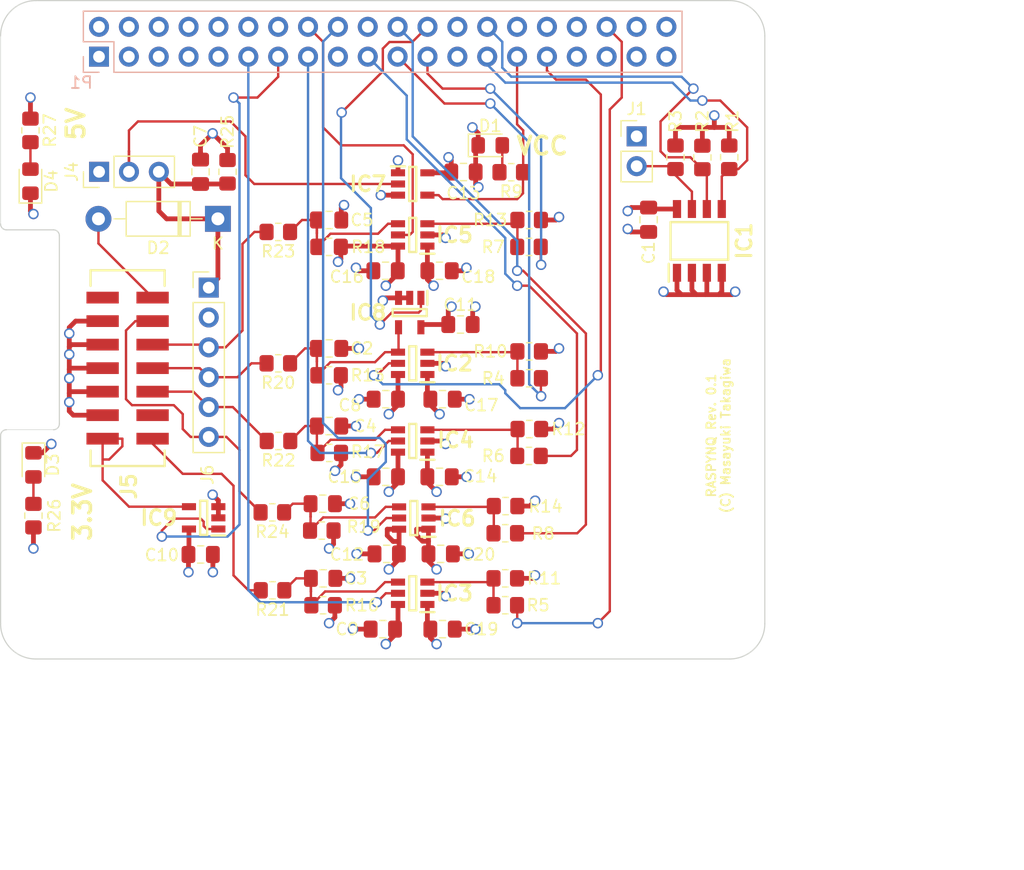
<source format=kicad_pcb>
(kicad_pcb (version 20211014) (generator pcbnew)
  (title_block (date "15 nov 2012"))
  (layers (0 "F.Cu" signal) (1 "In1.Cu" signal) (2 "In2.Cu" signal) (31 "B.Cu" signal) (34 "B.Paste" user) (35 "F.Paste" user) (36 "B.SilkS" user "B.Silkscreen") (37 "F.SilkS" user "F.Silkscreen") (38 "B.Mask" user) (39 "F.Mask" user) (44 "Edge.Cuts" user))
  (net 0 "")
  (net 1 "+3V3")
  (net 2 "+5V")
  (net 3 "GND")
  (net 4 "/ID_SD")
  (net 5 "/ID_SC")
  (net 6 "/GPIO5")
  (net 7 "/GPIO6")
  (net 8 "/GPIO26")
  (net 9 "/GPIO2(SDA1)")
  (net 10 "/GPIO3(SCL1)")
  (net 11 "/GPIO4(GCLK)")
  (net 12 "/GPIO14(TXD0)")
  (net 13 "/GPIO15(RXD0)")
  (net 14 "/GPIO17(GEN0)")
  (net 15 "/GPIO27(GEN2)")
  (net 16 "/GPIO22(GEN3)")
  (net 17 "/GPIO23(GEN4)")
  (net 18 "/GPIO24(GEN5)")
  (net 19 "/GPIO25(GEN6)")
  (net 20 "/GPIO18(GEN1)(PWM0)")
  (net 21 "/GPIO10(SPI0_MOSI)")
  (net 22 "/GPIO9(SPI0_MISO)")
  (net 23 "/GPIO11(SPI0_SCK)")
  (net 24 "/GPIO8(SPI0_CE_N)")
  (net 25 "/GPIO7(SPI1_CE_N)")
  (net 26 "/GPIO12(PWM0)")
  (net 27 "/GPIO13(PWM1)")
  (net 28 "/GPIO19(SPI1_MISO)")
  (net 29 "/GPIO16")
  (net 30 "/GPIO20(SPI1_MOSI)")
  (net 31 "/GPIO21(SPI1_SCK)")
  (net 32 "Net-(D4-Pad2)")
  (net 33 "Net-(IC3-Pad3)")
  (net 34 "Net-(IC2-Pad3)")
  (net 35 "Net-(D1-Pad2)")
  (net 36 "Net-(IC6-Pad3)")
  (net 37 "Net-(IC5-Pad3)")
  (net 38 "VCC")
  (net 39 "Net-(IC4-Pad3)")
  (net 40 "Net-(C4-Pad1)")
  (net 41 "Net-(C6-Pad1)")
  (net 42 "Net-(J5-Pad4)")
  (net 43 "Net-(IC1-Pad7)")
  (net 44 "Net-(D3-Pad2)")
  (net 45 "Net-(C5-Pad1)")
  (net 46 "Net-(J5-Pad6)")
  (net 47 "Net-(J5-Pad10)")
  (net 48 "Net-(C3-Pad1)")
  (net 49 "Net-(J5-Pad14)")
  (net 50 "Net-(C2-Pad1)")
  (net 51 "Net-(J5-Pad8)")
  (net 52 "Net-(IC7-Pad2)")
  (net 53 "Net-(IC9-Pad4)")
  (net 56 "/jtag/VREF")
  (footprint "MountingHole:MountingHole_2.7mm_M2.5" (layer "F.Cu") (at 203.5 97.5 180)
    (fp_text reference "MK1" hide)
    (fp_text value "M2.5")
  )
  (footprint "MountingHole:MountingHole_2.7mm_M2.5" (layer "F.Cu") (at 261.5 97.5 180)
    (fp_text reference "MK2" hide)
    (fp_text value "M2.5")
  )
  (footprint "MountingHole:MountingHole_2.7mm_M2.5" (layer "F.Cu") (at 203.5 146.5)
    (fp_text reference "MK3" hide)
    (fp_text value "M2.5")
  )
  (footprint "MountingHole:MountingHole_2.7mm_M2.5" (layer "F.Cu") (at 261.5 146.5)
    (fp_text reference "MK4" hide)
    (fp_text value "M2.5")
  )
  (footprint "Resistor_SMD:R_0805_2012Metric_Pad1.20x1.40mm_HandSolder" (layer "F.Cu") (at 242.926 145.428 180)
    (fp_text reference "R5")
    (fp_text value "0")
  )
  (footprint "Resistor_SMD:R_0805_2012Metric_Pad1.20x1.40mm_HandSolder" (layer "F.Cu") (at 261.976 107.328 -90)
    (fp_text reference "R1")
    (fp_text value "3.9k")
  )
  (footprint "Resistor_SMD:R_0805_2012Metric_Pad1.20x1.40mm_HandSolder" (layer "F.Cu") (at 202.794 137.808 90)
    (fp_text reference "R26")
    (fp_text value "220")
  )
  (footprint "Resistor_SMD:R_0805_2012Metric_Pad1.20x1.40mm_HandSolder" (layer "F.Cu") (at 242.926 139.3066 180)
    (fp_text reference "R8")
    (fp_text value "0")
  )
  (footprint "LibraryLoader:SOT95P280X145-6N" (layer "F.Cu") (at 235.052 144.412 180)
    (fp_text reference "IC3")
    (fp_text value "SN74LVC1T45DBVRE4" hide)
  )
  (footprint "Resistor_SMD:R_0805_2012Metric_Pad1.20x1.40mm_HandSolder" (layer "F.Cu") (at 223.13 144.158 180)
    (fp_text reference "R21")
    (fp_text value "100")
  )
  (footprint "LED_SMD:LED_0805_2012Metric_Pad1.15x1.40mm_HandSolder" (layer "F.Cu") (at 202.794 133.49 -90)
    (fp_text reference "D3")
    (fp_text value "LED")
  )
  (footprint "Resistor_SMD:R_0805_2012Metric_Pad1.20x1.40mm_HandSolder" (layer "F.Cu") (at 227.94 114.948)
    (fp_text reference "R18")
    (fp_text value "5.9k")
  )
  (footprint "Capacitor_SMD:C_0805_2012Metric_Pad1.18x1.45mm_HandSolder" (layer "F.Cu") (at 227.94 112.662)
    (fp_text reference "C5")
    (fp_text value "100p")
  )
  (footprint "Connector_PinHeader_2.54mm:PinHeader_1x06_P2.54mm_Vertical" (layer "F.Cu") (at 217.7038 118.4126)
    (fp_text reference "J6")
    (fp_text value "Conn_01x06_Male")
  )
  (footprint "Resistor_SMD:R_0805_2012Metric_Pad1.20x1.40mm_HandSolder" (layer "F.Cu") (at 243.434 108.598 180)
    (fp_text reference "R9")
    (fp_text value "220")
  )
  (footprint "Resistor_SMD:R_0805_2012Metric_Pad1.20x1.40mm_HandSolder" (layer "F.Cu") (at 259.69 107.344 -90)
    (fp_text reference "R2")
    (fp_text value "3.9k")
  )
  (footprint "LibraryLoader:SOT95P280X145-6N" (layer "F.Cu") (at 235.052 124.854 180)
    (fp_text reference "IC2")
    (fp_text value "SN74LVC1T45DBVRE4" hide)
  )
  (footprint "Capacitor_SMD:C_0805_2012Metric_Pad1.18x1.45mm_HandSolder" (layer "F.Cu") (at 255.118 112.6405 -90)
    (fp_text reference "C1")
    (fp_text value "0.1u")
  )
  (footprint "Capacitor_SMD:C_0805_2012Metric_Pad1.18x1.45mm_HandSolder" (layer "F.Cu") (at 227.432 143.142)
    (fp_text reference "C3")
    (fp_text value "100p")
  )
  (footprint "Resistor_SMD:R_0805_2012Metric_Pad1.20x1.40mm_HandSolder" (layer "F.Cu") (at 244.974 130.442 180)
    (fp_text reference "R12")
    (fp_text value "3.9k")
  )
  (footprint "Resistor_SMD:R_0805_2012Metric_Pad1.20x1.40mm_HandSolder" (layer "F.Cu") (at 244.942 132.728 180)
    (fp_text reference "R6")
    (fp_text value "0")
  )
  (footprint "Capacitor_SMD:C_0805_2012Metric_Pad1.18x1.45mm_HandSolder" (layer "F.Cu") (at 232.7445 116.98 180)
    (fp_text reference "C16")
    (fp_text value "0.1u")
  )
  (footprint "Capacitor_SMD:C_0805_2012Metric_Pad1.18x1.45mm_HandSolder" (layer "F.Cu") (at 217.0038 108.5626 90)
    (fp_text reference "C7")
    (fp_text value "100p")
  )
  (footprint "LibraryLoader:SOT95P280X145-5N" (layer "F.Cu") (at 217.272 137.996 180)
    (fp_text reference "IC9")
    (fp_text value "SN74LV1T125DBVR" hide)
  )
  (footprint "Capacitor_SMD:C_0805_2012Metric_Pad1.18x1.45mm_HandSolder" (layer "F.Cu") (at 237.592 147.46)
    (fp_text reference "C19")
    (fp_text value "0.1u")
  )
  (footprint "Capacitor_SMD:C_0805_2012Metric_Pad1.18x1.45mm_HandSolder" (layer "F.Cu") (at 237.4318 141.0592)
    (fp_text reference "C20")
    (fp_text value "0.1u")
  )
  (footprint "LibraryLoader:SOT95P280X145-6N" (layer "F.Cu") (at 235.1442 138.0112 180)
    (fp_text reference "IC6")
    (fp_text value "SN74LVC1T45DBVRE4" hide)
  )
  (footprint "Capacitor_SMD:C_0805_2012Metric_Pad1.18x1.45mm_HandSolder" (layer "F.Cu") (at 232.766 134.506 180)
    (fp_text reference "C15")
    (fp_text value "0.1u")
  )
  (footprint "Resistor_SMD:R_0805_2012Metric_Pad1.20x1.40mm_HandSolder" (layer "F.Cu") (at 227.321 139.078)
    (fp_text reference "R19")
    (fp_text value "5.9k")
  )
  (footprint "Capacitor_SMD:C_0805_2012Metric_Pad1.18x1.45mm_HandSolder" (layer "F.Cu") (at 227.4027 136.792)
    (fp_text reference "C6")
    (fp_text value "100p")
  )
  (footprint "Resistor_SMD:R_0805_2012Metric_Pad1.20x1.40mm_HandSolder" (layer "F.Cu") (at 244.958 126.124 180)
    (fp_text reference "R4")
    (fp_text value "0")
  )
  (footprint "Capacitor_SMD:C_0805_2012Metric_Pad1.18x1.45mm_HandSolder" (layer "F.Cu") (at 227.94 130.188)
    (fp_text reference "C4")
    (fp_text value "100p")
  )
  (footprint "Resistor_SMD:R_0805_2012Metric_Pad1.20x1.40mm_HandSolder" (layer "F.Cu") (at 242.926 143.142 180)
    (fp_text reference "R11")
    (fp_text value "3.9k")
  )
  (footprint "Connector_PinHeader_2.54mm:PinHeader_1x03_P2.54mm_Vertical" (layer "F.Cu") (at 208.3788 108.5626 90)
    (fp_text reference "J4")
    (fp_text value "Conn_01x03_Male")
  )
  (footprint "Resistor_SMD:R_0805_2012Metric_Pad1.20x1.40mm_HandSolder" (layer "F.Cu") (at 257.404 107.328 -90)
    (fp_text reference "R3")
    (fp_text value "1k")
  )
  (footprint "LibraryLoader:SOIC127P600X175-8N" (layer "F.Cu") (at 259.436 114.44 90)
    (fp_text reference "IC1")
    (fp_text value "CAT24C32WI-GT3" hide)
  )
  (footprint "Resistor_SMD:R_0805_2012Metric_Pad1.20x1.40mm_HandSolder" (layer "F.Cu") (at 244.942 114.948 180)
    (fp_text reference "R7")
    (fp_text value "0")
  )
  (footprint "Resistor_SMD:R_0805_2012Metric_Pad1.20x1.40mm_HandSolder" (layer "F.Cu") (at 227.94 125.87)
    (fp_text reference "R15")
    (fp_text value "5.9k")
  )
  (footprint "Capacitor_SMD:C_0805_2012Metric_Pad1.18x1.45mm_HandSolder" (layer "F.Cu") (at 227.94 123.584)
    (fp_text reference "C2")
    (fp_text value "100p")
  )
  (footprint "Diode_THT:D_DO-41_SOD81_P10.16mm_Horizontal" (layer "F.Cu") (at 218.4838 112.5626 180)
    (fp_text reference "D2")
    (fp_text value "1N5817")
  )
  (footprint "Resistor_SMD:R_0805_2012Metric_Pad1.20x1.40mm_HandSolder" (layer "F.Cu") (at 223.114 137.5286 180)
    (fp_text reference "R24")
    (fp_text value "100")
  )
  (footprint "Capacitor_SMD:C_0805_2012Metric_Pad1.18x1.45mm_HandSolder" (layer "F.Cu") (at 232.766 127.902 180)
    (fp_text reference "C8")
    (fp_text value "0.1u")
  )
  (footprint "Resistor_SMD:R_0805_2012Metric_Pad1.20x1.40mm_HandSolder" (layer "F.Cu") (at 223.622 124.854 180)
    (fp_text reference "R20")
    (fp_text value "100")
  )
  (footprint "LibraryLoader:SOT95P280X145-6N" (layer "F.Cu") (at 235.052 113.932 180)
    (fp_text reference "IC5")
    (fp_text value "SN74LVC1T45DBVRE4" hide)
  )
  (footprint "LibraryLoader:SOT95P280X145-5N" (layer "F.Cu") (at 235.052 109.598)
    (fp_text reference "IC7")
    (fp_text value "SN74LV1T125DBVR" hide)
  )
  (footprint "Resistor_SMD:R_0805_2012Metric_Pad1.20x1.40mm_HandSolder" (layer "F.Cu") (at 244.958 123.838 180)
    (fp_text reference "R10")
    (fp_text value "3.9k")
  )
  (footprint "Capacitor_SMD:C_0805_2012Metric_Pad1.18x1.45mm_HandSolder" (layer "F.Cu") (at 239.37 108.582)
    (fp_text reference "C13")
    (fp_text value "0.1u")
  )
  (footprint "Resistor_SMD:R_0805_2012Metric_Pad1.20x1.40mm_HandSolder" (layer "F.Cu") (at 202.54 105.042 -90)
    (fp_text reference "R27")
    (fp_text value "220")
  )
  (footprint "Resistor_SMD:R_0805_2012Metric_Pad1.20x1.40mm_HandSolder" (layer "F.Cu") (at 223.638 131.458 180)
    (fp_text reference "R22")
    (fp_text value "100")
  )
  (footprint "LibraryLoader:SOT95P280X145-6N" (layer "F.Cu") (at 235.052 131.458 180)
    (fp_text reference "IC4")
    (fp_text value "SN74LVC1T45DBVRE4" hide)
  )
  (footprint "Capacitor_SMD:C_0805_2012Metric_Pad1.18x1.45mm_HandSolder" (layer "F.Cu") (at 232.512 147.46 180)
    (fp_text reference "C9")
    (fp_text value "0.1u")
  )
  (footprint "Resistor_SMD:R_0805_2012Metric_Pad1.20x1.40mm_HandSolder" (layer "F.Cu") (at 244.958 112.662 180)
    (fp_text reference "R13")
    (fp_text value "3.9k")
  )
  (footprint "Connector_PinHeader_2.54mm:PinHeader_1x02_P2.54mm_Vertical" (layer "F.Cu") (at 254.102 105.545)
    (fp_text reference "J1")
    (fp_text value "Conn_01x02_Male")
  )
  (footprint "Resistor_SMD:R_0805_2012Metric_Pad1.20x1.40mm_HandSolder" (layer "F.Cu") (at 242.9514 136.9952 180)
    (fp_text reference "R14")
    (fp_text value "3.9k")
  )
  (footprint "LibraryLoader:SOT95P280X145-5N" (layer "F.Cu") (at 234.798 120.536 -90)
    (fp_text reference "IC8")
    (fp_text value "SN74LV1T125DBVR" hide)
  )
  (footprint "LibraryLoader:87832-1420" (layer "F.Cu") (at 210.8038 125.2626 -90)
    (fp_text reference "J5")
    (fp_text value "87832-1420" hide)
  )
  (footprint "Resistor_SMD:R_0805_2012Metric_Pad1.20x1.40mm_HandSolder" (layer "F.Cu") (at 219.3038 108.5626 90)
    (fp_text reference "R25")
    (fp_text value "1k")
  )
  (footprint "LED_SMD:LED_0805_2012Metric_Pad1.15x1.40mm_HandSolder" (layer "F.Cu") (at 202.54 109.36 90)
    (fp_text reference "D4")
    (fp_text value "LED")
  )
  (footprint "Capacitor_SMD:C_0805_2012Metric_Pad1.18x1.45mm_HandSolder" (layer "F.Cu") (at 237.338 116.98)
    (fp_text reference "C18")
    (fp_text value "0.1u")
  )
  (footprint "Resistor_SMD:R_0805_2012Metric_Pad1.20x1.40mm_HandSolder" (layer "F.Cu") (at 227.432 145.428)
    (fp_text reference "R16")
    (fp_text value "5.9k")
  )
  (footprint "Capacitor_SMD:C_0805_2012Metric_Pad1.18x1.45mm_HandSolder" (layer "F.Cu") (at 217.018 141.11)
    (fp_text reference "C10")
    (fp_text value "0.1u")
  )
  (footprint "LED_SMD:LED_0805_2012Metric_Pad1.15x1.40mm_HandSolder" (layer "F.Cu") (at 241.647 106.312)
    (fp_text reference "D1")
    (fp_text value "LED")
  )
  (footprint "Capacitor_SMD:C_0805_2012Metric_Pad1.18x1.45mm_HandSolder" (layer "F.Cu") (at 237.338 134.506)
    (fp_text reference "C14")
    (fp_text value "0.1u")
  )
  (footprint "Capacitor_SMD:C_0805_2012Metric_Pad1.18x1.45mm_HandSolder" (layer "F.Cu") (at 232.8422 141.0592 180)
    (fp_text reference "C12")
    (fp_text value "0.1u")
  )
  (footprint "Capacitor_SMD:C_0805_2012Metric_Pad1.18x1.45mm_HandSolder" (layer "F.Cu") (at 237.592 127.902)
    (fp_text reference "C17")
    (fp_text value "0.1u")
  )
  (footprint "Resistor_SMD:R_0805_2012Metric_Pad1.20x1.40mm_HandSolder" (layer "F.Cu") (at 227.956 132.474)
    (fp_text reference "R17")
    (fp_text value "5.9k")
  )
  (footprint "Resistor_SMD:R_0805_2012Metric_Pad1.20x1.40mm_HandSolder" (layer "F.Cu") (at 223.622 113.678 180)
    (fp_text reference "R23")
    (fp_text value "100")
  )
  (footprint "Capacitor_SMD:C_0805_2012Metric_Pad1.18x1.45mm_HandSolder" (layer "F.Cu") (at 239.116 121.552)
    (fp_text reference "C11")
    (fp_text value "0.1u")
  )
  (footprint "Connector_PinSocket_2.54mm:PinSocket_2x20_P2.54mm_Vertical" (layer "B.Cu") (at 208.37 98.77 -90)
    (fp_text reference "P1")
    (fp_text value "Conn_02x20_Odd_Even")
  )
  (gr_line (start 200.499127 130.500001) (end 204.5 130.5) (layer "Edge.Cuts") (width 0.05))
  (gr_arc (start 262 94) (mid 264.12132 94.87868) (end 265 97) (layer "Edge.Cuts") (width 0.1))
  (gr_line (start 200 131) (end 200 147) (layer "Edge.Cuts") (width 0.1))
  (gr_line (start 200 97) (end 200 113) (layer "Edge.Cuts") (width 0.05))
  (gr_line (start 205 114) (end 205 130) (layer "Edge.Cuts") (width 0.1))
  (gr_line (start 262 94) (end 203 94) (layer "Edge.Cuts") (width 0.1))
  (gr_arc (start 200 131) (mid 200.146138 130.646755) (end 200.499127 130.500001) (layer "Edge.Cuts") (width 0.1))
  (gr_arc (start 205 130) (mid 204.853553 130.353553) (end 204.5 130.5) (layer "Edge.Cuts") (width 0.1))
  (gr_line (start 203 150) (end 262 150) (layer "Edge.Cuts") (width 0.1))
  (gr_arc (start 200 97) (mid 200.87868 94.87868) (end 203 94) (layer "Edge.Cuts") (width 0.1))
  (gr_arc (start 200.5 113.5) (mid 200.146447 113.353553) (end 200 113) (layer "Edge.Cuts") (width 0.1))
  (gr_arc (start 203 150) (mid 200.87868 149.12132) (end 200 147) (layer "Edge.Cuts") (width 0.1))
  (gr_arc (start 204.5 113.5) (mid 204.853553 113.646447) (end 205 114) (layer "Edge.Cuts") (width 0.1))
  (gr_arc (start 265 147) (mid 264.12132 149.12132) (end 262 150) (layer "Edge.Cuts") (width 0.1))
  (gr_line (start 265 147) (end 265 97) (layer "Edge.Cuts") (width 0.1))
  (gr_line (start 200.5 113.5) (end 204.5 113.5) (layer "Edge.Cuts") (width 0.1))
  (gr_text "RASPYNQ Rev. 0.1\n(C) Masayuki Takagiwa" (at 261.0616 131.0008 90) (layer "F.SilkS") (effects (font (size 0.762 0.762) (thickness 0.1524))))
  (gr_text "3.3V" (at 206.9596 137.5032 90) (layer "F.SilkS") (effects (font (size 1.5 1.5) (thickness 0.3))))
  (gr_text "VCC" (at 246.0756 106.3628) (layer "F.SilkS") (effects (font (size 1.5 1.5) (thickness 0.3))))
  (gr_text "5V" (at 206.4008 104.4832 90) (layer "F.SilkS") (effects (font (size 1.5 1.5) (thickness 0.3))))
  (segment (start 236.394 141.69) (end 237.084 142.38) (width 0.4064) (layer "F.Cu") (net 1))
  (segment (start 236.554 147.46) (end 236.554 148.2) (width 0.4064) (layer "F.Cu") (net 1))
  (segment (start 236.302 114.882) (end 236.302 116.978) (width 0.4064) (layer "F.Cu") (net 1))
  (segment (start 236.394 141.0077) (end 236.3943 141.008) (width 0.4064) (layer "F.Cu") (net 1))
  (segment (start 255.243 111.728) (end 255.118 111.603) (width 0.4064) (layer "F.Cu") (net 1))
  (segment (start 238.266 108.648) (end 238.332 108.582) (width 0.4064) (layer "F.Cu") (net 1))
  (segment (start 202.794 140.602) (end 202.794 138.808) (width 0.4064) (layer "F.Cu") (net 1))
  (segment (start 257.404 106.328) (end 257.404 105.042) (width 0.4064) (layer "F.Cu") (net 1))
  (segment (start 238.332 107.56) (end 238.1 107.328) (width 0.4064) (layer "F.Cu") (net 1))
  (segment (start 259.69 106.344) (end 259.69 104.788) (width 0.4064) (layer "F.Cu") (net 1))
  (segment (start 257.658 104.788) (end 259.69 104.788) (width 0.4064) (layer "F.Cu") (net 1))
  (segment (start 236.302 125.804) (end 236.302 127.65) (width 0.4064) (layer "F.Cu") (net 1))
  (segment (start 236.3005 116.9795) (end 236.3 116.98) (width 0.4064) (layer "F.Cu") (net 1))
  (segment (start 255.118 111.603) (end 253.637 111.603) (width 0.4064) (layer "F.Cu") (net 1))
  (segment (start 236.5545 147.46) (end 236.554 147.46) (width 0.4064) (layer "F.Cu") (net 1))
  (segment (start 236.554 148.2) (end 237.084 148.73) (width 0.4064) (layer "F.Cu") (net 1))
  (segment (start 245.974 130.442) (end 246.99 130.442) (width 0.4064) (layer "F.Cu") (net 1))
  (segment (start 236.302 108.648) (end 238.266 108.648) (width 0.4064) (layer "F.Cu") (net 1))
  (segment (start 257.404 105.042) (end 257.658 104.788) (width 0.4064) (layer "F.Cu") (net 1))
  (segment (start 261.976 105.042) (end 261.976 106.328) (width 0.4064) (layer "F.Cu") (net 1))
  (segment (start 246.99 130.442) (end 247.498 129.934) (width 0.4064) (layer "F.Cu") (net 1))
  (segment (start 236.554 127.902) (end 236.554 128.388) (width 0.4064) (layer "F.Cu") (net 1))
  (segment (start 236.302 127.65) (end 236.428 127.776) (width 0.4064) (layer "F.Cu") (net 1))
  (segment (start 236.302 116.978) (end 236.3005 116.9795) (width 0.4064) (layer "F.Cu") (net 1))
  (segment (start 236.302 147.208) (end 236.554 147.46) (width 0.4064) (layer "F.Cu") (net 1))
  (segment (start 247.244 123.838) (end 247.498 123.584) (width 0.4064) (layer "F.Cu") (net 1))
  (segment (start 236.428 127.776) (end 236.554 127.902) (width 0.4064) (layer "F.Cu") (net 1))
  (segment (start 236.3003 134.5057) (end 236.3 134.506) (width 0.4064) (layer "F.Cu") (net 1))
  (segment (start 236.394 138.961) (end 236.394 139.9843) (width 0.4064) (layer "F.Cu") (net 1))
  (segment (start 236.554 128.388) (end 237.338 129.172) (width 0.4064) (layer "F.Cu") (net 1))
  (segment (start 236.3 134.506) (end 236.3 134.992) (width 0.4064) (layer "F.Cu") (net 1))
  (segment (start 236.394 139.9843) (end 235.8909 139.9843) (width 0.4064) (layer "F.Cu") (net 1))
  (segment (start 236.3003 134.5058) (end 236.3003 134.5057) (width 0.4064) (layer "F.Cu") (net 1))
  (segment (start 236.3 134.992) (end 237.084 135.776) (width 0.4064) (layer "F.Cu") (net 1))
  (segment (start 236.394 141.0077) (end 236.394 141.69) (width 0.4064) (layer "F.Cu") (net 1))
  (segment (start 259.69 104.788) (end 260.706 104.788) (width 0.4064) (layer "F.Cu") (net 1))
  (segment (start 236.3005 134.506) (end 236.3003 134.5058) (width 0.4064) (layer "F.Cu") (net 1))
  (segment (start 245.009 136.995) (end 245.466 136.538) (width 0.4064) (layer "F.Cu") (net 1))
  (segment (start 260.706 104.788) (end 261.722 104.788) (width 0.4064) (layer "F.Cu") (net 1))
  (segment (start 260.706 104.788) (end 260.706 103.772) (width 0.4064) (layer "F.Cu") (net 1))
  (segment (start 236.3005 116.9795) (end 236.3005 116.98) (width 0.4064) (layer "F.Cu") (net 1))
  (segment (start 245.958 112.662) (end 247.244 112.662) (width 0.4064) (layer "F.Cu") (net 1))
  (segment (start 253.637 111.603) (end 253.34 111.9) (width 0.4064) (layer "F.Cu") (net 1))
  (segment (start 245.212 143.142) (end 245.466 142.888) (width 0.4064) (layer "F.Cu") (net 1))
  (segment (start 235.8909 139.9843) (end 235.3875 139.4809) (width 0.4064) (layer "F.Cu") (net 1))
  (segment (start 236.394 139.9843) (end 236.394 141.0077) (width 0.4064) (layer "F.Cu") (net 1))
  (segment (start 236.302 145.362) (end 236.302 147.208) (width 0.4064) (layer "F.Cu") (net 1))
  (segment (start 235.3875 139.4809) (end 235.3875 138.9612) (width 0.4064) (layer "F.Cu") (net 1))
  (segment (start 257.531 111.728) (end 255.243 111.728) (width 0.4064) (layer "F.Cu") (net 1))
  (segment (start 247.244 112.662) (end 247.498 112.408) (width 0.4064) (layer "F.Cu") (net 1))
  (segment (start 238.332 108.582) (end 238.332 107.56) (width 0.4064) (layer "F.Cu") (net 1))
  (segment (start 236.302 132.408) (end 236.302 134.504) (width 0.4064) (layer "F.Cu") (net 1))
  (segment (start 236.3943 141.008) (end 236.3943 141.0592) (width 0.4064) (layer "F.Cu") (net 1))
  (segment (start 236.3 117.72) (end 236.83 118.25) (width 0.4064) (layer "F.Cu") (net 1))
  (segment (start 236.302 134.504) (end 236.3003 134.5057) (width 0.4064) (layer "F.Cu") (net 1))
  (segment (start 238.3325 108.582) (end 238.332 108.582) (width 0.4064) (layer "F.Cu") (net 1))
  (segment (start 261.722 104.788) (end 261.976 105.042) (width 0.4064) (layer "F.Cu") (net 1))
  (segment (start 236.3 116.98) (end 236.3 117.72) (width 0.4064) (layer "F.Cu") (net 1))
  (segment (start 245.958 123.838) (end 247.244 123.838) (width 0.4064) (layer "F.Cu") (net 1))
  (segment (start 236.428 127.776) (end 236.4285 127.776) (width 0.4064) (layer "F.Cu") (net 1))
  (segment (start 236.3942 138.9612) (end 235.3875 138.9612) (width 0.4064) (layer "F.Cu") (net 1))
  (segment (start 243.9514 136.9952) (end 243.9514 136.995) (width 0.4064) (layer "F.Cu") (net 1))
  (segment (start 243.9514 136.995) (end 245.009 136.995) (width 0.4064) (layer "F.Cu") (net 1))
  (segment (start 236.4285 127.776) (end 236.5545 127.902) (width 0.4064) (layer "F.Cu") (net 1))
  (segment (start 243.926 143.142) (end 245.212 143.142) (width 0.4064) (layer "F.Cu") (net 1))
  (via (at 237.084 142.38) (size 0.889) (drill 0.635) (layers "F.Cu" "B.Cu") (net 1))
  (via (at 237.084 135.776) (size 0.889) (drill 0.635) (layers "F.Cu" "B.Cu") (net 1))
  (via (at 245.466 142.888) (size 0.889) (drill 0.635) (layers "F.Cu" "B.Cu") (net 1))
  (via (at 247.498 112.408) (size 0.889) (drill 0.635) (layers "F.Cu" "B.Cu") (net 1))
  (via (at 247.498 123.584) (size 0.889) (drill 0.635) (layers "F.Cu" "B.Cu") (net 1))
  (via (at 247.498 129.934) (size 0.889) (drill 0.635) (layers "F.Cu" "B.Cu") (net 1))
  (via (at 238.1 107.328) (size 0.889) (drill 0.635) (layers "F.Cu" "B.Cu") (net 1))
  (via (at 253.34 111.9) (size 0.889) (drill 0.635) (layers "F.Cu" "B.Cu") (net 1))
  (via (at 202.794 140.602) (size 0.889) (drill 0.635) (layers "F.Cu" "B.Cu") (net 1))
  (via (at 237.084 148.73) (size 0.889) (drill 0.635) (layers "F.Cu" "B.Cu") (net 1))
  (via (at 245.466 136.538) (size 0.889) (drill 0.635) (layers "F.Cu" "B.Cu") (net 1))
  (via (at 237.338 129.172) (size 0.889) (drill 0.635) (layers "F.Cu" "B.Cu") (net 1))
  (via (at 236.83 118.25) (size 0.889) (drill 0.635) (layers "F.Cu" "B.Cu") (net 1))
  (via (at 260.706 103.772) (size 0.889) (drill 0.635) (layers "F.Cu" "B.Cu") (net 1))
  (segment (start 202.54 102.248) (end 202.54 104.042) (width 0.4064) (layer "F.Cu") (net 2))
  (via (at 202.54 102.248) (size 0.889) (drill 0.635) (layers "F.Cu" "B.Cu") (net 2))
  (segment (start 237.795 138.011) (end 237.846 138.062) (width 0.4064) (layer "F.Cu") (net 3))
  (segment (start 228.47 143.142) (end 228.4695 143.142) (width 0.4064) (layer "F.Cu") (net 3))
  (segment (start 232.746 119.286) (end 232.512 119.52) (width 0.4064) (layer "F.Cu") (net 3))
  (segment (start 262.23 119.012) (end 262.484 118.758) (width 0.4064) (layer "F.Cu") (net 3))
  (segment (start 238.376 134.506) (end 238.3755 134.506) (width 0.4064) (layer "F.Cu") (net 3))
  (segment (start 236.302 124.854) (end 237.592 124.854) (width 0.4064) (layer "F.Cu") (net 3))
  (segment (start 236.302 144.412) (end 237.592 144.412) (width 0.4064) (layer "F.Cu") (net 3))
  (segment (start 238.4695 141.059) (end 238.4693 141.0592) (width 0.4064) (layer "F.Cu") (net 3))
  (segment (start 253.594 113.678) (end 253.34 113.424) (width 0.4064) (layer "F.Cu") (net 3))
  (segment (start 238.63 127.902) (end 239.878 127.902) (width 0.4064) (layer "F.Cu") (net 3))
  (segment (start 238.376 116.98) (end 238.3755 116.98) (width 0.4064) (layer "F.Cu") (net 3))
  (segment (start 231.8045 141.059) (end 231.8047 141.0592) (width 0.4064) (layer "F.Cu") (net 3))
  (segment (start 231.474 147.46) (end 229.972 147.46) (width 0.4064) (layer "F.Cu") (net 3))
  (segment (start 202.794 132.465) (end 203.565 132.465) (width 0.4064) (layer "F.Cu") (net 3))
  (segment (start 238.4695 141.059) (end 239.827 141.059) (width 0.4064) (layer "F.Cu") (net 3))
  (segment (start 208.6784 123.263) (end 206.029 123.263) (width 0.4064) (layer "F.Cu") (net 3))
  (segment (start 208.679 127.263) (end 208.6784 127.263) (width 0.4064) (layer "F.Cu") (net 3))
  (segment (start 236.302 131.458) (end 237.592 131.458) (width 0.4064) (layer "F.Cu") (net 3))
  (segment (start 208.6784 129.263) (end 208.679 129.263) (width 0.4064) (layer "F.Cu") (net 3))
  (segment (start 231.728 127.902) (end 231.7285 127.902) (width 0.4064) (layer "F.Cu") (net 3))
  (segment (start 218.522 136.518) (end 218.034 136.03) (width 0.4064) (layer "F.Cu") (net 3))
  (segment (start 228.978 123.584) (end 228.9775 123.584) (width 0.4064) (layer "F.Cu") (net 3))
  (segment (start 256.642 119.012) (end 256.388 118.758) (width 0.4064) (layer "F.Cu") (net 3))
  (segment (start 240.4075 108.0815) (end 240.4075 108.582) (width 0.4064) (layer "F.Cu") (net 3))
  (segment (start 219.304 107.0645) (end 219.304 106.566) (width 0.4064) (layer "F.Cu") (net 3))
  (segment (start 238.63 147.46) (end 238.6295 147.46) (width 0.4064) (layer "F.Cu") (net 3))
  (segment (start 240.622 106.312) (end 240.622 105.278) (width 0.4064) (layer "F.Cu") (net 3))
  (segment (start 260.071 117.152) (end 260.071 118.885) (width 0.4064) (layer "F.Cu") (net 3))
  (segment (start 218.522 137.046) (end 218.522 136.518) (width 0.4064) (layer "F.Cu") (net 3))
  (segment (start 218.056 141.861) (end 218.056 142.612) (width 0.4064) (layer "F.Cu") (net 3))
  (segment (start 205.842 121.806) (end 205.842 122.314) (width 0.4064) (layer "F.Cu") (net 3))
  (segment (start 258.801 118.631) (end 259.182 119.012) (width 0.4064) (layer "F.Cu") (net 3))
  (segment (start 239.37 116.98) (end 239.624 116.726) (width 0.4064) (layer "F.Cu") (net 3))
  (segment (start 240.1535 120.9065) (end 240.1535 121.552) (width 0.4064) (layer "F.Cu") (net 3))
  (segment (start 228.4402 136.792) (end 229.718 136.792) (width 0.4064) (layer "F.Cu") (net 3))
  (segment (start 236.302 113.932) (end 237.592 113.932) (width 0.4064) (layer "F.Cu") (net 3))
  (segment (start 231.728 134.506) (end 231.7285 134.506) (width 0.4064) (layer "F.Cu") (net 3))
  (segment (start 218.056 141.11) (end 218.056 141.861) (width 0.4064) (layer "F.Cu") (net 3))
  (segment (start 236.3944 138.011) (end 237.795 138.011) (width 0.4064) (layer "F.Cu") (net 3))
  (segment (start 205.842 126.124) (end 205.842 127.394) (width 0.4064) (layer "F.Cu") (net 3))
  (segment (start 257.912 119.012) (end 256.642 119.012) (width 0.4064) (layer "F.Cu") (net 3))
  (segment (start 231.728 134.506) (end 230.226 134.506) (width 0.4064) (layer "F.Cu") (net 3))
  (segment (start 208.6784 121.263) (end 206.385 121.263) (width 0.4064) (layer "F.Cu") (net 3))
  (segment (start 240.408 109.636) (end 240.408 108.081) (width 0.4064) (layer "F.Cu") (net 3))
  (segment (start 208.679 125.263) (end 208.6784 125.263) (width 0.4064) (layer "F.Cu") (net 3))
  (segment (start 259.182 119.012) (end 259.944 119.012) (width 0.4064) (layer "F.Cu") (net 3))
  (segment (start 203.565 132.465) (end 204.318 131.712) (width 0.4064) (layer "F.Cu") (net 3))
  (segment (start 208.6784 127.263) (end 205.973 127.263) (width 0.4064) (layer "F.Cu") (net 3))
  (segment (start 258.801 117.152) (end 258.801 118.631) (width 0.4064) (layer "F.Cu") (net 3))
  (segment (start 208.6784 123.263) (end 208.6788 123.2626) (width 0.4064) (layer "F.Cu") (net 3))
  (segment (start 233.802 108.648) (end 233.802 107.602) (width 0.4064) (layer "F.Cu") (net 3))
  (segment (start 202.54 110.385) (end 202.54 111.9) (width 0.4064) (layer "F.Cu") (net 3))
  (segment (start 240.64 109.868) (end 240.408 109.636) (width 0.4064) (layer "F.Cu") (net 3))
  (segment (start 228.978 111.624) (end 229.21 111.392) (width 0.4064) (layer "F.Cu") (net 3))
  (segment (start 255.118 113.678) (end 253.594 113.678) (width 0.4064) (layer "F.Cu") (net 3))
  (segment (start 218.0555 141.8605) (end 218.0555 141.11) (width 0.4064) (layer "F.Cu") (net 3))
  (segment (start 240.154 120.26) (end 240.386 120.028) (width 0.4064) (layer "F.Cu") (net 3))
  (segment (start 237.592 113.932) (end 237.846 114.186) (width 0.4064) (layer "F.Cu") (net 3))
  (segment (start 237.592 124.854) (end 237.846 125.108) (width 0.4064) (layer "F.Cu") (net 3))
  (segment (start 208.6784 125.263) (end 208.6788 125.2626) (width 0.4064) (layer "F.Cu") (net 3))
  (segment (start 205.842 127.394) (end 205.842 128.156) (width 0.4064) (layer "F.Cu") (net 3))
  (segment (start 238.63 147.46) (end 240.386 147.46) (width 0.4064) (layer "F.Cu") (net 3))
  (segment (start 208.6784 125.263) (end 205.941 125.263) (width 0.4064) (layer "F.Cu") (net 3))
  (segment (start 240.408 106.526) (end 240.622 106.312) (width 0.4064) (layer "F.Cu") (net 3))
  (segment (start 205.842 122.314) (end 205.842 123.449) (width 0.4064) (layer "F.Cu") (net 3))
  (segment (start 228.978 112.662) (end 228.978 112.143) (width 0.4064) (layer "F.Cu") (net 3))
  (segment (start 205.973 127.263) (end 205.842 127.394) (width 0.4064) (layer "F.Cu") (net 3))
  (segment (start 205.842 124.092) (end 205.842 125.362) (width 0.4064) (layer "F.Cu") (net 3))
  (segment (start 238.63 127.902) (end 238.6295 127.902) (width 0.4064) (layer "F.Cu") (net 3))
  (segment (start 231.8045 141.059) (end 230.277 141.059) (width 0.4064) (layer "F.Cu") (net 3))
  (segment (start 208.6784 121.263) (end 208.6788 121.2626) (width 0.4064) (layer "F.Cu") (net 3))
  (segment (start 228.978 123.584) (end 230.48 123.584) (width 0.4064) (layer "F.Cu") (net 3))
  (segment (start 206.385 121.263) (end 205.842 121.806) (width 0.4064) (layer "F.Cu") (net 3))
  (segment (start 238.376 134.506) (end 239.624 134.506) (width 0.4064) (layer "F.Cu") (net 3))
  (segment (start 240.622 105.278) (end 240.132 104.788) (width 0.4064) (layer "F.Cu") (net 3))
  (segment (start 217.004 106.9255) (end 217.004 106.326) (width 0.4064) (layer "F.Cu") (net 3))
  (segment (start 228.9775 112.1435) (end 228.9775 112.662) (width 0.4064) (layer "F.Cu") (net 3))
  (segment (start 228.978 112.143) (end 228.9775 112.1435) (width 0.4064) (layer "F.Cu") (net 3))
  (segment (start 217.004 106.326) (end 218.034 105.296) (width 0.4064) (layer "F.Cu") (net 3))
  (segment (start 240.408 108.081) (end 240.4075 108.0815) (width 0.4064) (layer "F.Cu") (net 3))
  (segment (start 217.004 106.9255) (end 217.0038 106.9257) (width 0.4064) (layer "F.Cu") (net 3))
  (segment (start 217.0038 106.9257) (end 217.0038 107.5251) (width 0.4064) (layer "F.Cu") (net 3))
  (segment (start 257.912 119.012) (end 259.182 119.012) (width 0.4064) (layer "F.Cu") (net 3))
  (segment (start 260.071 118.885) (end 259.944 119.012) (width 0.4064) (layer "F.Cu") (net 3))
  (segment (start 228.47 143.142) (end 229.718 143.142) (width 0.4064) (layer "F.Cu") (net 3))
  (segment (start 234.798 119.286) (end 233.848 119.286) (width 0.4064) (layer "F.Cu") (net 3))
  (segment (start 208.679 123.263) (end 208.6784 123.263) (width 0.4064) (layer "F.Cu") (net 3))
  (segment (start 228.978 130.188) (end 230.226 130.188) (width 0.4064) (layer "F.Cu") (net 3))
  (segment (start 206.187 129.263) (end 208.6784 129.263) (width 0.4064) (layer "F.Cu") (net 3))
  (segment (start 261.087 119.012) (end 261.341 118.758) (width 0.4064) (layer "F.Cu") (net 3))
  (segment (start 237.592 131.458) (end 237.846 131.712) (width 0.4064) (layer "F.Cu") (net 3))
  (segment (start 219.3038 107.0647) (end 219.3038 107.5626) (width 0.4064) (layer "F.Cu") (net 3))
  (segment (start 208.679 121.263) (end 208.6784 121.263) (width 0.4064) (layer "F.Cu") (net 3))
  (segment (start 231.474 147.46) (end 231.4745 147.46) (width 0.4064) (layer "F.Cu") (net 3))
  (segment (start 217.004 107.525) (end 217.004 106.9255) (width 0.4064) (layer "F.Cu") (net 3))
  (segment (start 261.087 119.012) (end 262.23 119.012) (width 0.4064) (layer "F.Cu") (net 3))
  (segment (start 240.408 108.081) (end 240.408 106.526) (width 0.4064) (layer "F.Cu") (net 3))
  (segment (start 259.944 119.012) (end 261.087 119.012) (width 0.4064) (layer "F.Cu") (net 3))
  (segment (start 231.707 116.98) (end 230.48 116.98) (width 0.4064) (layer "F.Cu") (net 3))
  (segment (start 219.304 107.0645) (end 219.3038 107.0647) (width 0.4064) (layer "F.Cu") (net 3))
  (segment (start 205.842 128.156) (end 205.842 128.918) (width 0.4064) (layer "F.Cu") (net 3))
  (segment (start 205.842 123.449) (end 205.842 124.092) (width 0.4064) (layer "F.Cu") (net 3))
  (segment (start 240.154 120.906) (end 240.154 120.26) (width 0.4064) (layer "F.Cu") (net 3))
  (segment (start 219.304 107.563) (end 219.304 107.0645) (width 0.4064) (layer "F.Cu") (net 3))
  (segment (start 230.48 116.98) (end 230.226 116.726) (width 0.4064) (layer "F.Cu") (net 3))
  (segment (start 231.728 127.902) (end 230.48 127.902) (width 0.4064) (layer "F.Cu") (net 3))
  (segment (start 228.978 112.143) (end 228.978 111.624) (width 0.4064) (layer "F.Cu") (net 3))
  (segment (start 205.842 128.918) (end 206.187 129.263) (width 0.4064) (layer "F.Cu") (net 3))
  (segment (start 233.848 119.286) (end 232.746 119.286) (width 0.4064) (layer "F.Cu") (net 3))
  (segment (start 261.341 118.631) (end 261.341 117.152) (width 0.4064) (layer "F.Cu") (net 3))
  (segment (start 208.6784 129.263) (end 208.6788 129.2626) (width 0.4064) (layer "F.Cu") (net 3))
  (segment (start 240.154 120.906) (end 240.1535 120.9065) (width 0.4064) (layer "F.Cu") (net 3))
  (segment (start 208.6784 127.263) (end 208.6788 127.2626) (width 0.4064) (layer "F.Cu") (net 3))
  (segment (start 261.341 118.758) (end 261.341 118.631) (width 0.4064) (layer "F.Cu") (net 3))
  (segment (start 236.3944 138.011) (end 236.3942 138.0112) (width 0.4064) (layer "F.Cu") (net 3))
  (segment (start 240.154 121.552) (end 240.154 120.906) (width 0.4064) (layer "F.Cu") (net 3))
  (segment (start 233.802 110.548) (end 232.34 110.548) (width 0.4064) (layer "F.Cu") (net 3))
  (segment (start 206.029 123.263) (end 205.842 123.449) (width 0.4064) (layer "F.Cu") (net 3))
  (segment (start 218.056 141.861) (end 218.0555 141.8605) (width 0.4064) (layer "F.Cu") (net 3))
  (segment (start 257.531 117.152) (end 257.531 118.631) (width 0.4064) (layer "F.Cu") (net 3))
  (segment (start 202.54 111.9) (end 202.794 112.154) (width 0.4064) (layer "F.Cu") (net 3))
  (segment (start 205.842 125.362) (end 205.842 126.124) (width 0.4064) (layer "F.Cu") (net 3))
  (segment (start 205.941 125.263) (end 205.842 125.362) (width 0.4064) (layer "F.Cu") (net 3))
  (segment (start 238.376 116.98) (end 239.37 116.98) (width 0.4064) (layer "F.Cu") (net 3))
  (segment (start 219.304 106.566) (end 218.034 105.296) (width 0.4064) (layer "F.Cu") (net 3))
  (segment (start 228.978 130.188) (end 228.9775 130.188) (width 0.4064) (layer "F.Cu") (net 3))
  (segment (start 257.531 118.631) (end 257.912 119.012) (width 0.4064) (layer "F.Cu") (net 3))
  (segment (start 218.522 137.996) (end 218.522 137.046) (width 0.4064) (layer "F.Cu") (net 3))
  (segment (start 237.592 144.412) (end 237.846 144.666) (width 0.4064) (layer "F.Cu") (net 3))
  (via (at 229.718 143.142) (size 0.889) (drill 0.635) (layers "F.Cu" "B.Cu") (net 3))
  (via (at 230.226 130.188) (size 0.889) (drill 0.635) (layers "F.Cu" "B.Cu") (net 3))
  (via (at 205.842 128.156) (size 0.889) (drill 0.635) (layers "F.Cu" "B.Cu") (net 3))
  (via (at 262.484 118.758) (size 0.889) (drill 0.635) (layers "F.Cu" "B.Cu") (net 3))
  (via (at 239.878 127.902) (size 0.889) (drill 0.635) (layers "F.Cu" "B.Cu") (net 3))
  (via (at 239.624 116.726) (size 0.889) (drill 0.635) (layers "F.Cu" "B.Cu") (net 3))
  (via (at 218.034 136.03) (size 0.889) (drill 0.635) (layers "F.Cu" "B.Cu") (net 3))
  (via (at 232.512 119.52) (size 0.889) (drill 0.635) (layers "F.Cu" "B.Cu") (net 3))
  (via (at 205.842 126.124) (size 0.889) (drill 0.635) (layers "F.Cu" "B.Cu") (net 3))
  (via (at 240.386 120.028) (size 0.889) (drill 0.635) (layers "F.Cu" "B.Cu") (net 3))
  (via (at 229.718 136.792) (size 0.889) (drill 0.635) (layers "F.Cu" "B.Cu") (net 3))
  (via (at 240.132 104.788) (size 0.889) (drill 0.635) (layers "F.Cu" "B.Cu") (net 3))
  (via (at 229.21 111.392) (size 0.889) (drill 0.635) (layers "F.Cu" "B.Cu") (net 3))
  (via (at 205.842 124.092) (size 0.889) (drill 0.635) (layers "F.Cu" "B.Cu") (net 3))
  (via (at 256.388 118.758) (size 0.889) (drill 0.635) (layers "F.Cu" "B.Cu") (net 3))
  (via (at 230.48 123.584) (size 0.889) (drill 0.635) (layers "F.Cu" "B.Cu") (net 3))
  (via (at 237.846 138.062) (size 0.889) (drill 0.635) (layers "F.Cu" "B.Cu") (net 3))
  (via (at 232.34 110.548) (size 0.889) (drill 0.635) (layers "F.Cu" "B.Cu") (net 3))
  (via (at 253.34 113.424) (size 0.889) (drill 0.635) (layers "F.Cu" "B.Cu") (net 3))
  (via (at 205.842 122.314) (size 0.889) (drill 0.635) (layers "F.Cu" "B.Cu") (net 3))
  (via (at 204.318 131.712) (size 0.889) (drill 0.635) (layers "F.Cu" "B.Cu") (net 3))
  (via (at 233.802 107.602) (size 0.889) (drill 0.635) (layers "F.Cu" "B.Cu") (net 3))
  (via (at 239.827 141.059) (size 0.889) (drill 0.635) (layers "F.Cu" "B.Cu") (net 3))
  (via (at 240.386 147.46) (size 0.889) (drill 0.635) (layers "F.Cu" "B.Cu") (net 3))
  (via (at 237.846 125.108) (size 0.889) (drill 0.635) (layers "F.Cu" "B.Cu") (net 3))
  (via (at 230.48 127.902) (size 0.889) (drill 0.635) (layers "F.Cu" "B.Cu") (net 3))
  (via (at 230.226 116.726) (size 0.889) (drill 0.635) (layers "F.Cu" "B.Cu") (net 3))
  (via (at 230.226 134.506) (size 0.889) (drill 0.635) (layers "F.Cu" "B.Cu") (net 3))
  (via (at 202.794 112.154) (size 0.889) (drill 0.635) (layers "F.Cu" "B.Cu") (net 3))
  (via (at 218.056 142.612) (size 0.889) (drill 0.635) (layers "F.Cu" "B.Cu") (net 3))
  (via (at 237.846 131.712) (size 0.889) (drill 0.635) (layers "F.Cu" "B.Cu") (net 3))
  (via (at 229.972 147.46) (size 0.889) (drill 0.635) (layers "F.Cu" "B.Cu") (net 3))
  (via (at 237.846 144.666) (size 0.889) (drill 0.635) (layers "F.Cu" "B.Cu") (net 3))
  (via (at 230.277 141.059) (size 0.889) (drill 0.635) (layers "F.Cu" "B.Cu") (net 3))
  (via (at 240.64 109.868) (size 0.889) (drill 0.635) (layers "F.Cu" "B.Cu") (net 3))
  (via (at 218.034 105.296) (size 0.889) (drill 0.635) (layers "F.Cu" "B.Cu") (net 3))
  (via (at 237.846 114.186) (size 0.889) (drill 0.635) (layers "F.Cu" "B.Cu") (net 3))
  (via (at 239.624 134.506) (size 0.889) (drill 0.635) (layers "F.Cu" "B.Cu") (net 3))
  (segment (start 261.341 108.963) (end 261.341 111.728) (width 0.2032) (layer "F.Cu") (net 4))
  (segment (start 263.5 104.788) (end 261.214 102.502) (width 0.2032) (layer "F.Cu") (net 4))
  (segment (start 261.976 108.328) (end 262.754 108.328) (width 0.2032) (layer "F.Cu") (net 4))
  (segment (start 263.5 107.582) (end 263.5 104.788) (width 0.2032) (layer "F.Cu") (net 4))
  (segment (start 262.754 108.328) (end 263.5 107.582) (width 0.2032) (layer "F.Cu") (net 4))
  (segment (start 261.976 108.328) (end 261.341 108.963) (width 0.2032) (layer "F.Cu") (net 4))
  (segment (start 261.214 102.502) (end 259.69 102.502) (width 0.2032) (layer "F.Cu") (net 4))
  (via (at 259.69 102.502) (size 0.889) (drill 0.635) (layers "F.Cu" "B.Cu") (net 4))
  (segment (start 242.926 100.978) (end 257.15 100.978) (width 0.2032) (layer "B.Cu") (net 4))
  (segment (start 241.39 99.442) (end 242.926 100.978) (width 0.2032) (layer "B.Cu") (net 4))
  (segment (start 241.39 98.77) (end 241.39 99.442) (width 0.2032) (layer "B.Cu") (net 4))
  (segment (start 257.15 100.978) (end 258.674 102.502) (width 0.2032) (layer "B.Cu") (net 4))
  (segment (start 258.674 102.502) (end 259.69 102.502) (width 0.2032) (layer "B.Cu") (net 4))
  (segment (start 256.134 106.82) (end 256.134 104.28) (width 0.2032) (layer "F.Cu") (net 5))
  (segment (start 256.642 107.328) (end 256.134 106.82) (width 0.2032) (layer "F.Cu") (net 5))
  (segment (start 256.134 104.28) (end 258.928 101.486) (width 0.2032) (layer "F.Cu") (net 5))
  (segment (start 259.69 108.344) (end 258.674 107.328) (width 0.2032) (layer "F.Cu") (net 5))
  (segment (start 260.071 108.725) (end 260.071 111.728) (width 0.2032) (layer "F.Cu") (net 5))
  (segment (start 258.674 107.328) (end 256.642 107.328) (width 0.2032) (layer "F.Cu") (net 5))
  (segment (start 259.69 108.344) (end 260.071 108.725) (width 0.2032) (layer "F.Cu") (net 5))
  (via (at 258.928 101.486) (size 0.889) (drill 0.635) (layers "F.Cu" "B.Cu") (net 5))
  (segment (start 241.39 96.23) (end 242.672 97.512) (width 0.2032) (layer "B.Cu") (net 5))
  (segment (start 257.912 100.47) (end 258.928 101.486) (width 0.2032) (layer "B.Cu") (net 5))
  (segment (start 243.434 100.47) (end 257.912 100.47) (width 0.2032) (layer "B.Cu") (net 5))
  (segment (start 242.672 97.512) (end 242.672 99.708) (width 0.2032) (layer "B.Cu") (net 5))
  (segment (start 242.672 99.708) (end 243.434 100.47) (width 0.2032) (layer "B.Cu") (net 5))
  (segment (start 236.302 110.548) (end 237.256 110.548) (width 0.2032) (layer "F.Cu") (net 6))
  (segment (start 244.45 105.042) (end 244.45 108.582) (width 0.2032) (layer "F.Cu") (net 6))
  (segment (start 237.592 110.884) (end 243.942 110.884) (width 0.2032) (layer "F.Cu") (net 6))
  (segment (start 244.45 108.582) (end 244.434 108.598) (width 0.2032) (layer "F.Cu") (net 6))
  (segment (start 237.256 110.548) (end 237.592 110.884) (width 0.2032) (layer "F.Cu") (net 6))
  (segment (start 243.93 98.77) (end 243.93 104.522) (width 0.2032) (layer "F.Cu") (net 6))
  (segment (start 243.93 104.522) (end 244.45 105.042) (width 0.2032) (layer "F.Cu") (net 6))
  (segment (start 244.434 110.392) (end 244.434 108.598) (width 0.2032) (layer "F.Cu") (net 6))
  (segment (start 243.942 110.884) (end 244.434 110.392) (width 0.2032) (layer "F.Cu") (net 6))
  (segment (start 233.802 124.854) (end 233.02 124.854) (width 0.2032) (layer "F.Cu") (net 7))
  (segment (start 247.244 100.724) (end 249.784 100.724) (width 0.2032) (layer "F.Cu") (net 7))
  (segment (start 251.054 125.616) (end 250.8 125.87) (width 0.2032) (layer "F.Cu") (net 7))
  (segment (start 232.004 125.87) (end 231.75 125.87) (width 0.2032) (layer "F.Cu") (net 7))
  (segment (start 249.784 100.724) (end 251.054 101.994) (width 0.2032) (layer "F.Cu") (net 7))
  (segment (start 251.054 101.994) (end 251.054 125.616) (width 0.2032) (layer "F.Cu") (net 7))
  (segment (start 246.47 99.95) (end 247.244 100.724) (width 0.2032) (layer "F.Cu") (net 7))
  (segment (start 246.47 98.77) (end 246.47 99.95) (width 0.2032) (layer "F.Cu") (net 7))
  (segment (start 233.02 124.854) (end 232.004 125.87) (width 0.2032) (layer "F.Cu") (net 7))
  (via (at 231.75 125.87) (size 0.889) (drill 0.635) (layers "F.Cu" "B.Cu") (net 7))
  (via (at 250.8 125.87) (size 0.889) (drill 0.635) (layers "F.Cu" "B.Cu") (net 7))
  (segment (start 250.8 125.87) (end 248.006 128.664) (width 0.2032) (layer "B.Cu") (net 7))
  (segment (start 242.418 126.632) (end 232.512 126.632) (width 0.2032) (layer "B.Cu") (net 7))
  (segment (start 242.926 127.394) (end 242.926 127.14) (width 0.2032) (layer "B.Cu") (net 7))
  (segment (start 248.006 128.664) (end 244.196 128.664) (width 0.2032) (layer "B.Cu") (net 7))
  (segment (start 244.196 128.664) (end 242.926 127.394) (width 0.2032) (layer "B.Cu") (net 7))
  (segment (start 232.512 126.632) (end 231.75 125.87) (width 0.2032) (layer "B.Cu") (net 7))
  (segment (start 242.926 127.14) (end 242.418 126.632) (width 0.2032) (layer "B.Cu") (net 7))
  (segment (start 232.766 144.412) (end 232.004 145.174) (width 0.2032) (layer "F.Cu") (net 14))
  (segment (start 233.802 144.412) (end 232.766 144.412) (width 0.2032) (layer "F.Cu") (net 14))
  (via (at 232.004 145.174) (size 0.889) (drill 0.635) (layers "F.Cu" "B.Cu") (net 14))
  (segment (start 221.07 98.77) (end 221.07 144.146) (width 0.2032) (layer "B.Cu") (net 14))
  (segment (start 222.098 145.174) (end 232.004 145.174) (width 0.2032) (layer "B.Cu") (net 14))
  (segment (start 221.07 144.146) (end 222.098 145.174) (width 0.2032) (layer "B.Cu") (net 14))
  (segment (start 217.530622 138.946) (end 217.272 138.687378) (width 0.2032) (layer "F.Cu") (net 15))
  (segment (start 217.272 138.687378) (end 217.272 138.316) (width 0.2032) (layer "F.Cu") (net 15))
  (segment (start 213.716 139.078) (end 213.716 139.586) (width 0.2032) (layer "F.Cu") (net 15))
  (segment (start 223.61 98.77) (end 223.61 100.482) (width 0.2032) (layer "F.Cu") (net 15))
  (segment (start 218.522 138.946) (end 217.530622 138.946) (width 0.2032) (layer "F.Cu") (net 15))
  (segment (start 223.61 100.482) (end 221.844 102.248) (width 0.2032) (layer "F.Cu") (net 15))
  (segment (start 221.844 102.248) (end 219.812 102.248) (width 0.2032) (layer "F.Cu") (net 15))
  (segment (start 214.732 138.062) (end 217.018 138.062) (width 0.2032) (layer "F.Cu") (net 15))
  (segment (start 213.716 139.078) (end 214.732 138.062) (width 0.2032) (layer "F.Cu") (net 15))
  (segment (start 217.272 138.316) (end 217.018 138.062) (width 0.2032) (layer "F.Cu") (net 15))
  (via (at 219.812 102.248) (size 0.889) (drill 0.635) (layers "F.Cu" "B.Cu") (net 15))
  (via (at 213.716 139.586) (size 0.889) (drill 0.635) (layers "F.Cu" "B.Cu") (net 15))
  (segment (start 219.304 139.586) (end 220.32 138.57) (width 0.2032) (layer "B.Cu") (net 15))
  (segment (start 220.32 102.756) (end 219.812 102.248) (width 0.2032) (layer "B.Cu") (net 15))
  (segment (start 220.32 138.57) (end 220.32 102.756) (width 0.2032) (layer "B.Cu") (net 15))
  (segment (start 213.716 139.586) (end 219.304 139.586) (width 0.2032) (layer "B.Cu") (net 15))
  (segment (start 232.004 132.474) (end 231.496 132.474) (width 0.2032) (layer "F.Cu") (net 16))
  (segment (start 233.802 131.458) (end 233.02 131.458) (width 0.2032) (layer "F.Cu") (net 16))
  (segment (start 233.02 131.458) (end 232.004 132.474) (width 0.2032) (layer "F.Cu") (net 16))
  (via (at 231.496 132.474) (size 0.889) (drill 0.635) (layers "F.Cu" "B.Cu") (net 16))
  (segment (start 227.178 132.474) (end 231.496 132.474) (width 0.2032) (layer "B.Cu") (net 16))
  (segment (start 226.15 131.446) (end 227.178 132.474) (width 0.2032) (layer "B.Cu") (net 16))
  (segment (start 226.15 98.77) (end 226.15 131.446) (width 0.2032) (layer "B.Cu") (net 16))
  (segment (start 234.29 106.312) (end 228.956 106.312) (width 0.2032) (layer "F.Cu") (net 17))
  (segment (start 234.798 113.932) (end 235.052 113.678) (width 0.2032) (layer "F.Cu") (net 17))
  (segment (start 227.432 104.788) (end 227.432 97.512) (width 0.2032) (layer "F.Cu") (net 17))
  (segment (start 235.052 113.678) (end 235.052 107.074) (width 0.2032) (layer "F.Cu") (net 17))
  (segment (start 228.956 106.312) (end 227.432 104.788) (width 0.2032) (layer "F.Cu") (net 17))
  (segment (start 235.052 107.074) (end 234.29 106.312) (width 0.2032) (layer "F.Cu") (net 17))
  (segment (start 227.432 97.512) (end 226.15 96.23) (width 0.2032) (layer "F.Cu") (net 17))
  (segment (start 233.802 113.932) (end 234.798 113.932) (width 0.2032) (layer "F.Cu") (net 17))
  (segment (start 232.8168 138.0112) (end 231.75 139.078) (width 0.2032) (layer "F.Cu") (net 18))
  (segment (start 233.8942 138.0112) (end 232.8168 138.0112) (width 0.2032) (layer "F.Cu") (net 18))
  (segment (start 231.75 139.078) (end 231.242 139.078) (width 0.2032) (layer "F.Cu") (net 18))
  (via (at 231.242 139.078) (size 0.889) (drill 0.635) (layers "F.Cu" "B.Cu") (net 18))
  (segment (start 231.242 134.76) (end 231.242 139.078) (width 0.2032) (layer "B.Cu") (net 18))
  (segment (start 227.432 97.488) (end 227.432 129.934) (width 0.2032) (layer "B.Cu") (net 18))
  (segment (start 228.702 131.204) (end 232.258 131.204) (width 0.2032) (layer "B.Cu") (net 18))
  (segment (start 232.258 131.204) (end 232.766 131.712) (width 0.2032) (layer "B.Cu") (net 18))
  (segment (start 227.432 129.934) (end 228.702 131.204) (width 0.2032) (layer "B.Cu") (net 18))
  (segment (start 232.766 133.236) (end 231.242 134.76) (width 0.2032) (layer "B.Cu") (net 18))
  (segment (start 228.69 96.23) (end 227.432 97.488) (width 0.2032) (layer "B.Cu") (net 18))
  (segment (start 232.766 131.712) (end 232.766 133.236) (width 0.2032) (layer "B.Cu") (net 18))
  (segment (start 243.926 139.3066) (end 249.0474 139.3066) (width 0.2032) (layer "F.Cu") (net 19))
  (segment (start 243.942 116.98) (end 244.45 116.98) (width 0.2032) (layer "F.Cu") (net 19))
  (segment (start 249.0474 139.3066) (end 249.784 138.57) (width 0.2032) (layer "F.Cu") (net 19))
  (segment (start 244.45 116.98) (end 249.784 122.314) (width 0.2032) (layer "F.Cu") (net 19))
  (segment (start 249.784 138.57) (end 249.784 122.314) (width 0.2032) (layer "F.Cu") (net 19))
  (via (at 243.942 116.98) (size 0.889) (drill 0.635) (layers "F.Cu" "B.Cu") (net 19))
  (segment (start 233.77 96.23) (end 235.052 97.512) (width 0.2032) (layer "B.Cu") (net 19))
  (segment (start 243.942 114.44) (end 243.942 116.98) (width 0.2032) (layer "B.Cu") (net 19))
  (segment (start 235.052 105.55) (end 243.942 114.44) (width 0.2032) (layer "B.Cu") (net 19))
  (segment (start 235.052 97.512) (end 235.052 105.55) (width 0.2032) (layer "B.Cu") (net 19))
  (segment (start 244.958 118.25) (end 243.942 118.25) (width 0.2032) (layer "F.Cu") (net 21))
  (segment (start 248.514 132.728) (end 249.022 132.22) (width 0.2032) (layer "F.Cu") (net 21))
  (segment (start 249.022 132.22) (end 249.022 122.314) (width 0.2032) (layer "F.Cu") (net 21))
  (segment (start 249.022 122.314) (end 244.958 118.25) (width 0.2032) (layer "F.Cu") (net 21))
  (segment (start 245.942 132.728) (end 248.514 132.728) (width 0.2032) (layer "F.Cu") (net 21))
  (via (at 243.942 118.25) (size 0.889) (drill 0.635) (layers "F.Cu" "B.Cu") (net 21))
  (segment (start 234.544 102.084) (end 234.544 105.804) (width 0.2032) (layer "B.Cu") (net 21))
  (segment (start 242.926 114.186) (end 242.926 117.234) (width 0.2032) (layer "B.Cu") (net 21))
  (segment (start 242.926 117.234) (end 243.942 118.25) (width 0.2032) (layer "B.Cu") (net 21))
  (segment (start 234.544 105.804) (end 242.926 114.186) (width 0.2032) (layer "B.Cu") (net 21))
  (segment (start 231.23 98.77) (end 234.544 102.084) (width 0.2032) (layer "B.Cu") (net 21))
  (segment (start 245.958 127.632) (end 245.974 127.648) (width 0.2032) (layer "F.Cu") (net 22))
  (segment (start 237.756 102.756) (end 241.656 102.756) (width 0.2032) (layer "F.Cu") (net 22))
  (segment (start 233.77 98.77) (end 237.756 102.756) (width 0.2032) (layer "F.Cu") (net 22))
  (segment (start 245.958 126.124) (end 245.958 127.632) (width 0.2032) (layer "F.Cu") (net 22))
  (via (at 241.656 102.756) (size 0.889) (drill 0.635) (layers "F.Cu" "B.Cu") (net 22))
  (via (at 245.974 127.648) (size 0.889) (drill 0.635) (layers "F.Cu" "B.Cu") (net 22))
  (segment (start 241.656 102.756) (end 244.958 106.058) (width 0.2032) (layer "B.Cu") (net 22))
  (segment (start 244.958 126.632) (end 245.974 127.648) (width 0.2032) (layer "B.Cu") (net 22))
  (segment (start 244.958 106.058) (end 244.958 126.632) (width 0.2032) (layer "B.Cu") (net 22))
  (segment (start 236.31 100.204) (end 237.592 101.486) (width 0.2032) (layer "F.Cu") (net 23))
  (segment (start 245.942 114.948) (end 245.942 116.44) (width 0.2032) (layer "F.Cu") (net 23))
  (segment (start 236.31 98.77) (end 236.31 100.204) (width 0.2032) (layer "F.Cu") (net 23))
  (segment (start 237.592 101.486) (end 241.656 101.486) (width 0.2032) (layer "F.Cu") (net 23))
  (segment (start 245.942 116.44) (end 245.974 116.472) (width 0.2032) (layer "F.Cu") (net 23))
  (via (at 245.974 116.472) (size 0.889) (drill 0.635) (layers "F.Cu" "B.Cu") (net 23))
  (via (at 241.656 101.486) (size 0.889) (drill 0.635) (layers "F.Cu" "B.Cu") (net 23))
  (segment (start 241.656 101.486) (end 245.974 105.804) (width 0.2032) (layer "B.Cu") (net 23))
  (segment (start 245.974 105.804) (end 245.974 116.472) (width 0.2032) (layer "B.Cu") (net 23))
  (segment (start 235.0164 97.5236) (end 233.0708 97.5236) (width 0.2032) (layer "F.Cu") (net 24))
  (segment (start 232.512 100.0128) (end 229.0068 103.518) (width 0.2032) (layer "F.Cu") (net 24))
  (segment (start 235.56 120.536) (end 233.274 120.536) (width 0.2032) (layer "F.Cu") (net 24))
  (segment (start 235.748 120.348) (end 235.56 120.536) (width 0.2032) (layer "F.Cu") (net 24))
  (segment (start 232.512 98.0824) (end 232.512 100.0128) (width 0.2032) (layer "F.Cu") (net 24))
  (segment (start 233.0708 97.5236) (end 232.512 98.0824) (width 0.2032) (layer "F.Cu") (net 24))
  (segment (start 233.274 120.536) (end 232.258 121.552) (width 0.2032) (layer "F.Cu") (net 24))
  (segment (start 236.31 96.23) (end 235.0164 97.5236) (width 0.2032) (layer "F.Cu") (net 24))
  (segment (start 235.748 119.286) (end 235.748 120.348) (width 0.2032) (layer "F.Cu") (net 24))
  (via (at 232.258 121.552) (size 0.889) (drill 0.635) (layers "F.Cu" "B.Cu") (net 24))
  (via (at 229.0068 103.518) (size 0.889) (drill 0.635) (layers "F.Cu" "B.Cu") (net 24))
  (segment (start 231.496 111.646) (end 228.956 109.106) (width 0.2032) (layer "B.Cu") (net 24))
  (segment (start 232.258 121.552) (end 231.496 120.79) (width 0.2032) (layer "B.Cu") (net 24))
  (segment (start 228.956 109.106) (end 228.956 103.5688) (width 0.2032) (layer "B.Cu") (net 24))
  (segment (start 231.496 120.79) (end 231.496 111.646) (width 0.2032) (layer "B.Cu") (net 24))
  (segment (start 228.956 103.5688) (end 229.0068 103.518) (width 0.2032) (layer "B.Cu") (net 24))
  (segment (start 251.55 96.23) (end 252.832 97.512) (width 0.2032) (layer "F.Cu") (net 29))
  (segment (start 251.816 145.936) (end 250.8 146.952) (width 0.2032) (layer "F.Cu") (net 29))
  (segment (start 252.832 97.512) (end 252.832 102.248) (width 0.2032) (layer "F.Cu") (net 29))
  (segment (start 251.816 103.264) (end 251.816 145.936) (width 0.2032) (layer "F.Cu") (net 29))
  (segment (start 243.926 145.428) (end 243.942 145.444) (width 0.2032) (layer "F.Cu") (net 29))
  (segment (start 252.832 102.248) (end 251.816 103.264) (width 0.2032) (layer "F.Cu") (net 29))
  (segment (start 243.942 145.444) (end 243.942 146.952) (width 0.2032) (layer "F.Cu") (net 29))
  (via (at 243.942 146.952) (size 0.889) (drill 0.635) (layers "F.Cu" "B.Cu") (net 29))
  (via (at 250.8 146.952) (size 0.889) (drill 0.635) (layers "F.Cu" "B.Cu") (net 29))
  (segment (start 243.942 146.952) (end 250.8 146.952) (width 0.2032) (layer "B.Cu") (net 29))
  (segment (start 202.54 106.042) (end 202.54 108.335) (width 0.2032) (layer "F.Cu") (net 32))
  (segment (start 241.606 143.462) (end 241.926 143.142) (width 0.2032) (layer "F.Cu") (net 33))
  (segment (start 241.926 143.142) (end 241.926 145.428) (width 0.2032) (layer "F.Cu") (net 33))
  (segment (start 236.302 143.462) (end 241.606 143.462) (width 0.2032) (layer "F.Cu") (net 33))
  (segment (start 243.892 123.904) (end 243.958 123.838) (width 0.2032) (layer "F.Cu") (net 34))
  (segment (start 236.302 123.904) (end 243.892 123.904) (width 0.2032) (layer "F.Cu") (net 34))
  (segment (start 243.958 123.838) (end 243.958 126.124) (width 0.2032) (layer "F.Cu") (net 34))
  (segment (start 242.672 106.312) (end 242.672 108.36) (width 0.2032) (layer "F.Cu") (net 35))
  (segment (start 242.672 108.36) (end 242.434 108.598) (width 0.2032) (layer "F.Cu") (net 35))
  (segment (start 241.926 139.3066) (end 241.9262 139.3068) (width 0.2032) (layer "F.Cu") (net 36))
  (segment (start 236.3944 137.061) (end 236.3942 137.0612) (width 0.2032) (layer "F.Cu") (net 36))
  (segment (start 236.3944 137.061) (end 241.885 137.061) (width 0.2032) (layer "F.Cu") (net 36))
  (segment (start 241.9514 136.9952) (end 241.9512 136.9952) (width 0.2032) (layer "F.Cu") (net 36))
  (segment (start 241.951 139.281) (end 241.9262 139.3068) (width 0.2032) (layer "F.Cu") (net 36))
  (segment (start 241.885 137.061) (end 241.951 136.995) (width 0.2032) (layer "F.Cu") (net 36))
  (segment (start 241.9512 136.9952) (end 241.951 136.995) (width 0.2032) (layer "F.Cu") (net 36))
  (segment (start 241.951 136.995) (end 241.951 139.281) (width 0.2032) (layer "F.Cu") (net 36))
  (segment (start 243.958 112.662) (end 243.958 114.932) (width 0.2032) (layer "F.Cu") (net 37))
  (segment (start 243.958 114.932) (end 243.942 114.948) (width 0.2032) (layer "F.Cu") (net 37))
  (segment (start 236.302 112.982) (end 243.638 112.982) (width 0.2032) (layer "F.Cu") (net 37))
  (segment (start 243.638 112.982) (end 243.958 112.662) (width 0.2032) (layer "F.Cu") (net 37))
  (segment (start 228.956 126.886) (end 228.702 127.14) (width 0.4064) (layer "F.Cu") (net 38))
  (segment (start 213.459 111.897) (end 214.125 112.563) (width 0.4064) (layer "F.Cu") (net 38))
  (segment (start 217.7038 118.4126) (end 217.7041 118.4129) (width 0.4064) (layer "F.Cu") (net 38))
  (segment (start 216.022 141.068) (end 215.9803 141.1097) (width 0.4064) (layer "F.Cu") (net 38))
  (segment (start 219.304 109.5628) (end 219.304 109.563) (width 0.4064) (layer "F.Cu") (net 38))
  (segment (start 233.55 147.946) (end 232.766 148.73) (width 0.4064) (layer "F.Cu") (net 38))
  (segment (start 233.802 114.882) (end 229.006 114.882) (width 0.4064) (layer "F.Cu") (net 38))
  (segment (start 233.8797 141.2892) (end 233.8797 141.0592) (width 0.4064) (layer "F.Cu") (net 38))
  (segment (start 214.496 109.6) (end 213.4626 108.5666) (width 0.4064) (layer "F.Cu") (net 38))
  (segment (start 219.3038 109.5626) (end 219.304 109.5628) (width 0.4064) (layer "F.Cu") (net 38))
  (segment (start 233.802 145.362) (end 233.802 147.208) (width 0.4064) (layer "F.Cu") (net 38))
  (segment (start 229.006 114.882) (end 228.94 114.948) (width 0.4064) (layer "F.Cu") (net 38))
  (segment (start 233.3909 140.003) (end 232.8875 139.4996) (width 0.4064) (layer "F.Cu") (net 38))
  (segment (start 217.0037 109.6) (end 217.0038 109.6001) (width 0.4064) (layer "F.Cu") (net 38))
  (segment (start 228.94 114.948) (end 228.94 115.98) (width 0.4064) (layer "F.Cu") (net 38))
  (segment (start 217.0037 109.6) (end 214.496 109.6) (width 0.4064) (layer "F.Cu") (net 38))
  (segment (start 216.022 138.946) (end 216.022 141.068) (width 0.4064) (layer "F.Cu") (net 38))
  (segment (start 238.078 121.552) (end 235.982 121.552) (width 0.4064) (layer "F.Cu") (net 38))
  (segment (start 233.802 134.504) (end 233.8035 134.5055) (width 0.4064) (layer "F.Cu") (net 38))
  (segment (start 233.802 125.804) (end 233.802 127.9) (width 0.4064) (layer "F.Cu") (net 38))
  (segment (start 233.5495 147.46) (end 233.55 147.46) (width 0.4064) (layer "F.Cu") (net 38))
  (segment (start 228.321 140.221) (end 227.94 140.602) (width 0.4064) (layer "F.Cu") (net 38))
  (segment (start 214.125 112.563) (end 218.4838 112.563) (width 0.4064) (layer "F.Cu") (net 38))
  (segment (start 235.982 121.552) (end 235.748 121.786) (width 0.4064) (layer "F.Cu") (net 38))
  (segment (start 215.9803 141.1097) (end 215.98 141.11) (width 0.4064) (layer "F.Cu") (net 38))
  (segment (start 213.4588 108.5626) (end 213.4588 108.5628) (width 0.4064) (layer "F.Cu") (net 38))
  (segment (start 233.782 116.98) (end 233.782 117.234) (width 0.4064) (layer "F.Cu") (net 38))
  (segment (start 228.956 125.886) (end 228.956 126.886) (width 0.4064) (layer "F.Cu") (net 38))
  (segment (start 233.802 132.408) (end 233.802 134.504) (width 0.4064) (layer "F.Cu") (net 38))
  (segment (start 228.321 139.078) (end 228.321 140.221) (width 0.4064) (layer "F.Cu") (net 38))
  (segment (start 233.802 147.208) (end 233.55 147.46) (width 0.4064) (layer "F.Cu") (net 38))
  (segment (start 233.88 141.2895) (end 233.8797 141.2892) (width 0.4064) (layer "F.Cu") (net 38))
  (segment (start 233.88 141.2895) (end 233.88 141.52) (width 0.4064) (layer "F.Cu") (net 38))
  (segment (start 233.804 128.388) (end 233.02 129.172) (width 0.4064) (layer "F.Cu") (net 38))
  (segment (start 233.8942 138.9612) (end 232.8875 138.9612) (width 0.4064) (layer "F.Cu") (net 38))
  (segment (start 218.484 112.563) (end 218.484 117.633) (width 0.4064) (layer "F.Cu") (net 38))
  (segment (start 228.956 132.474) (end 228.956 133.49) (width 0.4064) (layer "F.Cu") (net 38))
  (segment (start 233.802 114.882) (end 233.802 116.96) (width 0.4064) (layer "F.Cu") (net 38))
  (segment (start 218.4838 112.5626) (end 218.4838 112.563) (width 0.4064) (layer "F.Cu") (net 38))
  (segment (start 233.894 140.003) (end 233.894 141.045) (width 0.4064) (layer "F.Cu") (net 38))
  (segment (start 233.782 117.234) (end 232.766 118.25) (width 0.4064) (layer "F.Cu") (net 38))
  (segment (start 228.432 146.46) (end 227.94 146.952) (width 0.4064) (layer "F.Cu") (net 38))
  (segment (start 213.4588 108.5628) (end 213.4626 108.5666) (width 0.4064) (layer "F.Cu") (net 38))
  (segment (start 238.0785 121.552) (end 238.078 121.552) (width 0.4064) (layer "F.Cu") (net 38))
  (segment (start 233.8035 134.5055) (end 233.8035 134.506) (width 0.4064) (layer "F.Cu") (net 38))
  (segment (start 233.88 141.52) (end 233.02 142.38) (width 0.4064) (layer "F.Cu") (net 38))
  (segment (start 233.55 147.46) (end 233.55 147.946) (width 0.4064) (layer "F.Cu") (net 38))
  (segment (start 232.8875 139.4996) (end 232.8875 138.9612) (width 0.4064) (layer "F.Cu") (net 38))
  (segment (start 219.266 109.6) (end 217.0037 109.6) (width 0.4064) (layer "F.Cu") (net 38))
  (segment (start 233.802 127.9) (end 233.8035 127.9015) (width 0.4064) (layer "F.Cu") (net 38))
  (segment (start 228.956 133.49) (end 228.448 133.998) (width 0.4064) (layer "F.Cu") (net 38))
  (segment (start 233.804 134.506) (end 233.804 134.992) (width 0.4064) (layer "F.Cu") (net 38))
  (segment (start 233.894 141.045) (end 233.88 141.059) (width 0.4064) (layer "F.Cu") (net 38))
  (segment (start 233.88 141.059) (end 233.88 141.2895) (width 0.4064) (layer "F.Cu") (net 38))
  (segment (start 218.484 117.633) (end 217.7041 118.4129) (width 0.4064) (layer "F.Cu") (net 38))
  (segment (start 233.894 138.961) (end 233.894 140.003) (width 0.4064) (layer "F.Cu") (net 38))
  (segment (start 228.432 145.428) (end 228.432 146.46) (width 0.4064) (layer "F.Cu") (net 38))
  (segment (start 228.94 125.87) (end 228.956 125.886) (width 0.4064) (layer "F.Cu") (net 38))
  (segment (start 233.894 140.003) (end 233.3909 140.003) (width 0.4064) (layer "F.Cu") (net 38))
  (segment (start 233.802 116.96) (end 233.782 116.98) (width 0.4064) (layer "F.Cu") (net 38))
  (segment (start 233.8035 127.9015) (end 233.804 127.902) (width 0.4064) (layer "F.Cu") (net 38))
  (segment (start 215.9805 141.11) (end 215.9803 141.1098) (width 0.4064) (layer "F.Cu") (net 38))
  (segment (start 238.354 120.028) (end 238.078 120.304) (width 0.4064) (layer "F.Cu") (net 38))
  (segment (start 219.304 109.563) (end 219.266 109.6) (width 0.4064) (layer "F.Cu") (net 38))
  (segment (start 233.804 127.902) (end 233.804 128.388) (width 0.4064) (layer "F.Cu") (net 38))
  (segment (start 218.4838 112.563) (end 218.484 112.563) (width 0.4064) (layer "F.Cu") (net 38))
  (segment (start 233.8035 134.5055) (end 233.804 134.506) (width 0.4064) (layer "F.Cu") (net 38))
  (segment (start 228.94 115.98) (end 228.702 116.218) (width 0.4064) (layer "F.Cu") (net 38))
  (segment (start 233.8035 127.9015) (end 233.8035 127.902) (width 0.4064) (layer "F.Cu") (net 38))
  (segment (start 215.98 141.11) (end 215.98 142.612) (width 0.4064) (layer "F.Cu") (net 38))
  (segment (start 215.9803 141.1098) (end 215.9803 141.1097) (width 0.4064) (layer "F.Cu") (net 38))
  (segment (start 213.459 108.563) (end 213.459 111.897) (width 0.4064) (layer "F.Cu") (net 38))
  (segment (start 238.078 120.304) (end 238.078 121.552) (width 0.4064) (layer "F.Cu") (net 38))
  (segment (start 233.804 134.992) (end 233.02 135.776) (width 0.4064) (layer "F.Cu") (net 38))
  (via (at 228.702 127.14) (size 0.889) (drill 0.635) (layers "F.Cu" "B.Cu") (net 38))
  (via (at 228.448 133.998) (size 0.889) (drill 0.635) (layers "F.Cu" "B.Cu") (net 38))
  (via (at 232.766 148.73) (size 0.889) (drill 0.635) (layers "F.Cu" "B.Cu") (net 38))
  (via (at 227.94 146.952) (size 0.889) (drill 0.635) (layers "F.Cu" "B.Cu") (net 38))
  (via (at 238.354 120.028) (size 0.889) (drill 0.635) (layers "F.Cu" "B.Cu") (net 38))
  (via (at 215.98 142.612) (size 0.889) (drill 0.635) (layers "F.Cu" "B.Cu") (net 38))
  (via (at 233.02 142.38) (size 0.889) (drill 0.635) (layers "F.Cu" "B.Cu") (net 38))
  (via (at 227.94 140.602) (size 0.889) (drill 0.635) (layers "F.Cu" "B.Cu") (net 38))
  (via (at 232.766 118.25) (size 0.889) (drill 0.635) (layers "F.Cu" "B.Cu") (net 38))
  (via (at 233.02 129.172) (size 0.889) (drill 0.635) (layers "F.Cu" "B.Cu") (net 38))
  (via (at 233.02 135.776) (size 0.889) (drill 0.635) (layers "F.Cu" "B.Cu") (net 38))
  (via (at 228.702 116.218) (size 0.889) (drill 0.635) (layers "F.Cu" "B.Cu") (net 38))
  (segment (start 243.908 130.508) (end 243.974 130.442) (width 0.2032) (layer "F.Cu") (net 39))
  (segment (start 243.974 132.696) (end 243.942 132.728) (width 0.2032) (layer "F.Cu") (net 39))
  (segment (start 243.974 130.442) (end 243.974 132.696) (width 0.2032) (layer "F.Cu") (net 39))
  (segment (start 236.302 130.508) (end 243.908 130.508) (width 0.2032) (layer "F.Cu") (net 39))
  (segment (start 226.902 132.42) (end 226.956 132.474) (width 0.2032) (layer "F.Cu") (net 40))
  (segment (start 226.956 132.442) (end 226.956 132.474) (width 0.2032) (layer "F.Cu") (net 40))
  (segment (start 225.908 130.188) (end 226.405 130.188) (width 0.2032) (layer "F.Cu") (net 40))
  (segment (start 226.956 132.474) (end 228.0736 131.3564) (width 0.2032) (layer "F.Cu") (net 40))
  (segment (start 224.638 131.458) (end 225.908 130.188) (width 0.2032) (layer "F.Cu") (net 40))
  (segment (start 226.902 130.188) (end 226.902 132.42) (width 0.2032) (layer "F.Cu") (net 40))
  (segment (start 232.7 130.508) (end 233.802 130.508) (width 0.2032) (layer "F.Cu") (net 40))
  (segment (start 226.405 130.188) (end 226.9025 130.188) (width 0.2032) (layer "F.Cu") (net 40))
  (segment (start 231.8516 131.3564) (end 232.7 130.508) (width 0.2032) (layer "F.Cu") (net 40))
  (segment (start 228.0736 131.3564) (end 231.8516 131.3564) (width 0.2032) (layer "F.Cu") (net 40))
  (segment (start 226.365 137.9095) (end 226.3652 137.9093) (width 0.2032) (layer "F.Cu") (net 41))
  (segment (start 231.8516 137.9604) (end 232.751 137.061) (width 0.2032) (layer "F.Cu") (net 41))
  (segment (start 227.4386 137.9604) (end 231.8516 137.9604) (width 0.2032) (layer "F.Cu") (net 41))
  (segment (start 226.3652 137.9093) (end 226.3652 136.792) (width 0.2032) (layer "F.Cu") (net 41))
  (segment (start 232.751 137.061) (end 233.894 137.061) (width 0.2032) (layer "F.Cu") (net 41))
  (segment (start 233.894 137.061) (end 233.8942 137.0612) (width 0.2032) (layer "F.Cu") (net 41))
  (segment (start 226.365 139.027) (end 226.365 137.9095) (width 0.2032) (layer "F.Cu") (net 41))
  (segment (start 226.365 139.027) (end 226.365 139.034) (width 0.2032) (layer "F.Cu") (net 41))
  (segment (start 224.851 136.792) (end 224.1142 137.5288) (width 0.2032) (layer "F.Cu") (net 41))
  (segment (start 226.321 138.945) (end 226.321 139.078) (width 0.2032) (layer "F.Cu") (net 41))
  (segment (start 226.321 138.919) (end 226.321 138.983) (width 0.2032) (layer "F.Cu") (net 41))
  (segment (start 226.321 138.983) (end 226.365 139.027) (width 0.2032) (layer "F.Cu") (net 41))
  (segment (start 226.321 139.078) (end 227.4386 137.9604) (width 0.2032) (layer "F.Cu") (net 41))
  (segment (start 226.365 136.792) (end 224.851 136.792) (width 0.2032) (layer "F.Cu") (net 41))
  (segment (start 226.365 137.9095) (end 226.365 136.792) (width 0.2032) (layer "F.Cu") (net 41))
  (segment (start 224.114 137.5286) (end 224.1142 137.5288) (width 0.2032) (layer "F.Cu") (net 41))
  (segment (start 222.114 137.529) (end 221.217 136.632) (width 0.2032) (layer "F.Cu") (net 42))
  (segment (start 212.9284 121.263) (end 212.929 121.263) (width 0.2032) (layer "F.Cu") (net 42))
  (segment (start 220.32 132.22) (end 219.213 131.113) (width 0.2032) (layer "F.Cu") (net 42))
  (segment (start 217.7034 131.113) (end 217.7038 131.1126) (width 0.2032) (layer "F.Cu") (net 42))
  (segment (start 211.465 121.263) (end 212.9284 121.263) (width 0.2032) (layer "F.Cu") (net 42))
  (segment (start 221.217 136.632) (end 221.2174 136.632) (width 0.2032) (layer "F.Cu") (net 42))
  (segment (start 221.217 136.632) (end 220.32 135.735) (width 0.2032) (layer "F.Cu") (net 42))
  (segment (start 210.668 127.902) (end 210.668 122.06) (width 0.2032) (layer "F.Cu") (net 42))
  (segment (start 215.494 130.442) (end 215.494 129.172) (width 0.2032) (layer "F.Cu") (net 42))
  (segment (start 210.668 122.06) (end 211.465 121.263) (width 0.2032) (layer "F.Cu") (net 42))
  (segment (start 211.176 128.41) (end 210.668 127.902) (width 0.2032) (layer "F.Cu") (net 42))
  (segment (start 217.7034 131.113) (end 216.165 131.113) (width 0.2032) (layer "F.Cu") (net 42))
  (segment (start 219.213 131.113) (end 217.7034 131.113) (width 0.2032) (layer "F.Cu") (net 42))
  (segment (start 221.2174 136.632) (end 222.114 137.5286) (width 0.2032) (layer "F.Cu") (net 42))
  (segment (start 212.9284 121.263) (end 212.9288 121.2626) (width 0.2032) (layer "F.Cu") (net 42))
  (segment (start 214.732 128.41) (end 211.176 128.41) (width 0.2032) (layer "F.Cu") (net 42))
  (segment (start 220.32 135.735) (end 220.32 132.22) (width 0.2032) (layer "F.Cu") (net 42))
  (segment (start 215.494 129.172) (end 214.732 128.41) (width 0.2032) (layer "F.Cu") (net 42))
  (segment (start 216.165 131.113) (end 215.494 130.442) (width 0.2032) (layer "F.Cu") (net 42))
  (segment (start 257.161 108.085) (end 254.102 108.085) (width 0.2032) (layer "F.Cu") (net 43))
  (segment (start 257.404 108.328) (end 257.161 108.085) (width 0.2032) (layer "F.Cu") (net 43))
  (segment (start 257.404 108.852) (end 258.801 110.249) (width 0.2032) (layer "F.Cu") (net 43))
  (segment (start 257.404 108.328) (end 257.404 108.852) (width 0.2032) (layer "F.Cu") (net 43))
  (segment (start 258.801 110.249) (end 258.801 111.728) (width 0.2032) (layer "F.Cu") (net 43))
  (segment (start 202.794 134.515) (end 202.794 136.808) (width 0.2032) (layer "F.Cu") (net 44))
  (segment (start 226.94 114.948) (end 226.902 114.91) (width 0.2032) (layer "F.Cu") (net 45))
  (segment (start 232.1056 113.8304) (end 232.954 112.982) (width 0.2032) (layer "F.Cu") (net 45))
  (segment (start 232.954 112.982) (end 233.802 112.982) (width 0.2032) (layer "F.Cu") (net 45))
  (segment (start 226.902 113.786) (end 226.9025 113.7855) (width 0.2032) (layer "F.Cu") (net 45))
  (segment (start 226.902 114.91) (end 226.902 113.786) (width 0.2032) (layer "F.Cu") (net 45))
  (segment (start 226.94 114.948) (end 228.0576 113.8304) (width 0.2032) (layer "F.Cu") (net 45))
  (segment (start 228.0576 113.8304) (end 232.1056 113.8304) (width 0.2032) (layer "F.Cu") (net 45))
  (segment (start 226.9025 113.7855) (end 226.9025 112.662) (width 0.2032) (layer "F.Cu") (net 45))
  (segment (start 226.902 113.786) (end 226.902 112.662) (width 0.2032) (layer "F.Cu") (net 45))
  (segment (start 225.638 112.662) (end 224.622 113.678) (width 0.2032) (layer "F.Cu") (net 45))
  (segment (start 226.902 112.662) (end 225.638 112.662) (width 0.2032) (layer "F.Cu") (net 45))
  (segment (start 217.589 123.378) (end 217.5892 123.378) (width 0.2032) (layer "F.Cu") (net 46))
  (segment (start 217.5892 123.378) (end 217.7038 123.4926) (width 0.2032) (layer "F.Cu") (net 46))
  (segment (start 217.589 123.378) (end 217.704 123.493) (width 0.2032) (layer "F.Cu") (net 46))
  (segment (start 217.704 123.493) (end 219.141 123.493) (width 0.2032) (layer "F.Cu") (net 46))
  (segment (start 217.474 123.263) (end 217.589 123.378) (width 0.2032) (layer "F.Cu") (net 46))
  (segment (start 221.59 113.678) (end 222.622 113.678) (width 0.2032) (layer "F.Cu") (net 46))
  (segment (start 212.9288 123.2626) (end 212.929 123.2628) (width 0.2032) (layer "F.Cu") (net 46))
  (segment (start 220.574 114.694) (end 221.59 113.678) (width 0.2032) (layer "F.Cu") (net 46))
  (segment (start 219.141 123.493) (end 220.574 122.06) (width 0.2032) (layer "F.Cu") (net 46))
  (segment (start 212.929 123.2628) (end 212.929 123.263) (width 0.2032) (layer "F.Cu") (net 46))
  (segment (start 220.574 122.06) (end 220.574 114.694) (width 0.2032) (layer "F.Cu") (net 46))
  (segment (start 212.929 123.263) (end 217.474 123.263) (width 0.2032) (layer "F.Cu") (net 46))
  (segment (start 217.7038 128.5726) (end 217.7037 128.5727) (width 0.2032) (layer "F.Cu") (net 47))
  (segment (start 212.9288 127.2626) (end 212.929 127.2628) (width 0.2032) (layer "F.Cu") (net 47))
  (segment (start 216.394 127.263) (end 217.7037 128.5727) (width 0.2032) (layer "F.Cu") (net 47))
  (segment (start 219.753 128.573) (end 222.638 131.458) (width 0.2032) (layer "F.Cu") (net 47))
  (segment (start 217.704 128.573) (end 219.753 128.573) (width 0.2032) (layer "F.Cu") (net 47))
  (segment (start 212.929 127.263) (end 216.394 127.263) (width 0.2032) (layer "F.Cu") (net 47))
  (segment (start 217.7037 128.5727) (end 217.704 128.573) (width 0.2032) (layer "F.Cu") (net 47))
  (segment (start 212.929 127.2628) (end 212.929 127.263) (width 0.2032) (layer "F.Cu") (net 47))
  (segment (start 226.432 145.428) (end 226.394 145.39) (width 0.2032) (layer "F.Cu") (net 48))
  (segment (start 226.394 143.142) (end 225.146 143.142) (width 0.2032) (layer "F.Cu") (net 48))
  (segment (start 227.6004 144.2596) (end 231.9024 144.2596) (width 0.2032) (layer "F.Cu") (net 48))
  (segment (start 226.3945 144.2655) (end 226.3945 143.142) (width 0.2032) (layer "F.Cu") (net 48))
  (segment (start 226.394 145.39) (end 226.394 144.266) (width 0.2032) (layer "F.Cu") (net 48))
  (segment (start 226.394 144.266) (end 226.3945 144.2655) (width 0.2032) (layer "F.Cu") (net 48))
  (segment (start 226.394 144.266) (end 226.394 143.142) (width 0.2032) (layer "F.Cu") (net 48))
  (segment (start 232.7 143.462) (end 233.802 143.462) (width 0.2032) (layer "F.Cu") (net 48))
  (segment (start 225.146 143.142) (end 224.13 144.158) (width 0.2032) (layer "F.Cu") (net 48))
  (segment (start 226.432 145.428) (end 227.6004 144.2596) (width 0.2032) (layer "F.Cu") (net 48))
  (segment (start 231.9024 144.2596) (end 232.7 143.462) (width 0.2032) (layer "F.Cu") (net 48))
  (segment (start 212.929 131.687) (end 212.929 131.475) (width 0.2032) (layer "F.Cu") (net 49))
  (segment (start 215.494 134.252) (end 212.929 131.687) (width 0.2032) (layer "F.Cu") (net 49))
  (segment (start 212.929 131.475) (end 212.9288 131.4748) (width 0.2032) (layer "F.Cu") (net 49))
  (segment (start 221.082 144.158) (end 219.812 142.888) (width 0.2032) (layer "F.Cu") (net 49))
  (segment (start 219.812 142.888) (end 219.812 135.268) (width 0.2032) (layer "F.Cu") (net 49))
  (segment (start 212.929 131.475) (end 212.929 131.263) (width 0.2032) (layer "F.Cu") (net 49))
  (segment (start 222.13 144.158) (end 221.082 144.158) (width 0.2032) (layer "F.Cu") (net 49))
  (segment (start 212.9288 131.4748) (end 212.9288 131.2626) (width 0.2032) (layer "F.Cu") (net 49))
  (segment (start 218.796 134.252) (end 215.494 134.252) (width 0.2032) (layer "F.Cu") (net 49))
  (segment (start 219.812 135.268) (end 218.796 134.252) (width 0.2032) (layer "F.Cu") (net 49))
  (segment (start 226.902 125.832) (end 226.902 124.708) (width 0.2032) (layer "F.Cu") (net 50))
  (segment (start 226.94 125.87) (end 226.902 125.832) (width 0.2032) (layer "F.Cu") (net 50))
  (segment (start 226.902 124.708) (end 226.9025 124.7075) (width 0.2032) (layer "F.Cu") (net 50))
  (segment (start 233.848 123.858) (end 233.802 123.904) (width 0.2032) (layer "F.Cu") (net 50))
  (segment (start 226.902 123.584) (end 225.892 123.584) (width 0.2032) (layer "F.Cu") (net 50))
  (segment (start 232.7 123.904) (end 233.802 123.904) (width 0.2032) (layer "F.Cu") (net 50))
  (segment (start 225.892 123.584) (end 224.622 124.854) (width 0.2032) (layer "F.Cu") (net 50))
  (segment (start 226.902 124.708) (end 226.902 123.584) (width 0.2032) (layer "F.Cu") (net 50))
  (segment (start 228.0576 124.7524) (end 231.8516 124.7524) (width 0.2032) (layer "F.Cu") (net 50))
  (segment (start 233.848 121.786) (end 233.848 123.858) (width 0.2032) (layer "F.Cu") (net 50))
  (segment (start 226.94 125.87) (end 228.0576 124.7524) (width 0.2032) (layer "F.Cu") (net 50))
  (segment (start 226.9025 124.7075) (end 226.9025 123.584) (width 0.2032) (layer "F.Cu") (net 50))
  (segment (start 231.8516 124.7524) (end 232.7 123.904) (width 0.2032) (layer "F.Cu") (net 50))
  (segment (start 212.9288 125.2626) (end 212.929 125.2628) (width 0.2032) (layer "F.Cu") (net 51))
  (segment (start 217.319 125.648) (end 217.3192 125.648) (width 0.2032) (layer "F.Cu") (net 51))
  (segment (start 217.3192 125.648) (end 217.7038 126.0326) (width 0.2032) (layer "F.Cu") (net 51))
  (segment (start 212.929 125.2628) (end 212.929 125.263) (width 0.2032) (layer "F.Cu") (net 51))
  (segment (start 220.157 126.033) (end 221.336 124.854) (width 0.2032) (layer "F.Cu") (net 51))
  (segment (start 216.934 125.263) (end 217.319 125.648) (width 0.2032) (layer "F.Cu") (net 51))
  (segment (start 212.929 125.263) (end 216.934 125.263) (width 0.2032) (layer "F.Cu") (net 51))
  (segment (start 221.336 124.854) (end 222.622 124.854) (width 0.2032) (layer "F.Cu") (net 51))
  (segment (start 217.704 126.033) (end 220.157 126.033) (width 0.2032) (layer "F.Cu") (net 51))
  (segment (start 217.319 125.648) (end 217.704 126.033) (width 0.2032) (layer "F.Cu") (net 51))
  (segment (start 221.574 109.598) (end 220.828 108.852) (width 0.2032) (layer "F.Cu") (net 52))
  (segment (start 210.919 105.045) (end 210.919 106.804) (width 0.2032) (layer "F.Cu") (net 52))
  (segment (start 220.828 108.852) (end 220.828 105.55) (width 0.2032) (layer "F.Cu") (net 52))
  (segment (start 219.558 104.28) (end 211.684 104.28) (width 0.2032) (layer "F.Cu") (net 52))
  (segment (start 210.919 106.804) (end 210.9188 106.8042) (width 0.2032) (layer "F.Cu") (net 52))
  (segment (start 211.684 104.28) (end 210.919 105.045) (width 0.2032) (layer "F.Cu") (net 52))
  (segment (start 210.919 106.804) (end 210.919 108.563) (width 0.2032) (layer "F.Cu") (net 52))
  (segment (start 210.9188 106.8042) (end 210.9188 108.5626) (width 0.2032) (layer "F.Cu") (net 52))
  (segment (start 220.828 105.55) (end 219.558 104.28) (width 0.2032) (layer "F.Cu") (net 52))
  (segment (start 233.802 109.598) (end 221.574 109.598) (width 0.2032) (layer "F.Cu") (net 52))
  (segment (start 208.6788 131.2626) (end 210.3589 131.2626) (width 0.2032) (layer "F.Cu") (net 53))
  (segment (start 208.679 133.033) (end 208.679 134.803) (width 0.2032) (layer "F.Cu") (net 53))
  (segment (start 210.3589 131.9042) (end 210.3589 131.2626) (width 0.2032) (layer "F.Cu") (net 53))
  (segment (start 208.679 134.803) (end 210.922 137.046) (width 0.2032) (layer "F.Cu") (net 53))
  (segment (start 209.2301 133.033) (end 210.3589 131.9042) (width 0.2032) (layer "F.Cu") (net 53))
  (segment (start 208.679 133.033) (end 209.2301 133.033) (width 0.2032) (layer "F.Cu") (net 53))
  (segment (start 210.922 137.046) (end 216.022 137.046) (width 0.2032) (layer "F.Cu") (net 53))
  (segment (start 208.679 131.263) (end 208.679 133.033) (width 0.2032) (layer "F.Cu") (net 53))
  (segment (start 208.324 114.658) (end 212.9287 119.2627) (width 0.2032) (layer "F.Cu") (net 56))
  (segment (start 208.324 112.563) (end 208.324 114.658) (width 0.2032) (layer "F.Cu") (net 56))
  (segment (start 212.9288 119.2626) (end 212.9287 119.2627) (width 0.2032) (layer "F.Cu") (net 56))
  (segment (start 208.3238 112.5626) (end 208.324 112.5628) (width 0.2032) (layer "F.Cu") (net 56))
  (segment (start 208.324 112.5628) (end 208.324 112.563) (width 0.2032) (layer "F.Cu") (net 56))
)
</source>
